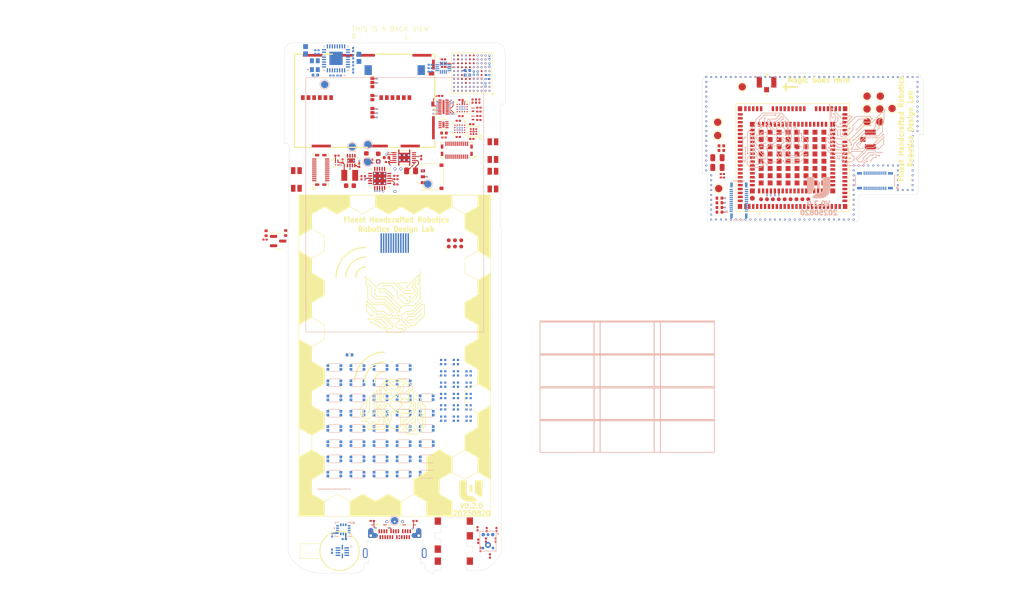
<source format=kicad_pcb>
(kicad_pcb (version 20241229) (generator "pcbnew") (generator_version "9.0")
  (layers (0 "F.Cu" signal) (4 "In1.Cu" signal) (6 "In2.Cu" signal) (8 "In3.Cu" signal) (10 "In4.Cu" signal) (2 "B.Cu" signal) (13 "F.Paste" user) (15 "B.Paste" user) (5 "F.SilkS" user "F.Silkscreen") (7 "B.SilkS" user "B.Silkscreen") (1 "F.Mask" user) (3 "B.Mask" user) (25 "Edge.Cuts" user))
  (net 0 "")
  (net 1 "SIM_CLK")
  (net 2 "GND")
  (net 3 "SIM_RST")
  (net 4 "SIM_DATA")
  (net 5 "SIM_VDD")
  (net 6 "MCP_OUT")
  (net 7 "VBAT")
  (net 8 "VUSB")
  (net 9 "HP_LEFT")
  (net 10 "HP_RIGHT")
  (net 11 "AGND")
  (net 12 "MIC_BIAS")
  (net 13 "+1.8V")
  (net 14 "+3.3V")
  (net 15 "MIC_GND")
  (net 16 "MIC_OUT")
  (net 17 "RST")
  (net 18 "HP_MIC")
  (net 19 "USB_N")
  (net 20 "USB_P")
  (net 21 "BAT_THERM")
  (net 22 "MOB_MAIN_ANT")
  (net 23 "MOB_AUX_ANT")
  (net 24 "HP_DET")
  (net 25 "SWO")
  (net 26 "Net-(OSC1-OUT)")
  (net 46 "SPEAKER_P")
  (net 47 "SPEAKER_N")
  (net 48 "MOB_PWR")
  (net 49 "MOB_RST")
  (net 50 "Net-(Q3-Pad3)")
  (net 51 "SCL")
  (net 52 "SDA")
  (net 53 "FUEL_GPO")
  (net 54 "MOB_PWR_CTL")
  (net 55 "MOB_RST_CTL")
  (net 56 "AUD_IN")
  (net 57 "MOB_AUD_IN")
  (net 58 "AUD_BCLK")
  (net 59 "MOB_AUD_BCLK")
  (net 60 "MOB_SYS_CLK")
  (net 61 "AUD_SYNC")
  (net 62 "MOB_AUD_SYNC")
  (net 63 "AUD_OUT")
  (net 64 "MOB_AUD_OUT")
  (net 65 "AUD_SCL")
  (net 66 "AUD_SDA")
  (net 67 "DISP_BL")
  (net 68 "MOB_RXD")
  (net 69 "MOB_TXD")
  (net 70 "MOB_CTS")
  (net 71 "MOB_RTS")
  (net 72 "MCP_STAT2")
  (net 73 "MCP_STAT1")
  (net 74 "MCP_PG")
  (net 75 "VIB_EN")
  (net 76 "VIB_PWM")
  (net 77 "MCU_RXD")
  (net 78 "MCU_TXD")
  (net 79 "MOB_DSR")
  (net 80 "MCU_RTS")
  (net 81 "MCU_CTS")
  (net 82 "MCU_DTR")
  (net 83 "MCU_RI")
  (net 84 "MCU_DCD")
  (net 85 "MOB_RI")
  (net 86 "MOB_DCD")
  (net 87 "MOB_DTR")
  (net 88 "MCU_DSR")
  (net 89 "uSD_CLK")
  (net 90 "SWDIO")
  (net 91 "uSD_DET")
  (net 92 "uSD_DAT1")
  (net 93 "MCU_AUD_BCLK_H")
  (net 94 "MCU_AUD_OUT_L_H")
  (net 95 "uSD_CMD")
  (net 96 "HP_DET_MCU")
  (net 97 "uSD_DAT0")
  (net 98 "uSD_DAT3")
  (net 99 "SWCLK")
  (net 100 "uSD_DAT2")
  (net 101 "MOB_WAKE_H")
  (net 102 "MCU_AUD_SYNC_H")
  (net 103 "AUD_SW_H")
  (net 104 "MCU_AUD_SYNC_L")
  (net 105 "MCU_AUD_OUT_L")
  (net 106 "MCU_AUD_BCLK_L")
  (net 107 "MOB_WAKE_L")
  (net 108 "AUD_SW_L")
  (net 109 "Net-(U3-VDD)")
  (net 110 "Net-(U3-BAT)")
  (net 111 "Net-(U14-RMICN)")
  (net 112 "Net-(MK1-OUTPUT)")
  (net 113 "Net-(U14-VDDA)")
  (net 114 "Net-(U14-VREF)")
  (net 115 "DISP_SCL")
  (net 116 "DISP_LEDK")
  (net 118 "Net-(U3-BIN)")
  (net 119 "Net-(U4A-UART1_TX)")
  (net 120 "Net-(U4A-UART1_RTS)")
  (net 121 "Net-(U4A-UART1_RX)")
  (net 122 "Net-(U4A-UART1_CTS)")
  (net 123 "Net-(U4A-TP1_BOOTPIN)")
  (net 124 "Net-(U4A-TX_ON)")
  (net 125 "Net-(U4A-J1)")
  (net 126 "Net-(U4A-J2)")
  (net 127 "Net-(U4A-J3)")
  (net 128 "Net-(U4A-J4)")
  (net 129 "Net-(U4A-J5)")
  (net 130 "Net-(U4A-J6)")
  (net 131 "Net-(U4A-J7)")
  (net 233 "DISP_DC")
  (net 242 "Net-(U13-~{EN})")
  (net 243 "LED_DATA")
  (net 250 "Net-(Q1-Pad1)")
  (net 251 "Net-(Q2-Pad1)")
  (net 254 "PB_STAR")
  (net 256 "PB_0")
  (net 257 "PB_HASH")
  (net 258 "PB_1")
  (net 259 "PB_2")
  (net 260 "PB_3")
  (net 261 "PB_4")
  (net 262 "PB_5")
  (net 263 "PB_6")
  (net 264 "PB_7")
  (net 265 "PB_8")
  (net 266 "PB_9")
  (net 267 "PB_DPAD_LEFT")
  (net 268 "PB_DPAD_UP")
  (net 269 "PB_DPAD_RIGHT")
  (net 270 "PB_DPAD_DOWN")
  (net 271 "PB_DPAD_SELECT")
  (net 272 "PB_MENU_L")
  (net 273 "PB_MENU_R")
  (net 274 "PB_CALL")
  (net 275 "PB_END_CALL")
  (net 276 "PB_VOL_UP")
  (net 277 "PB_PWR")
  (net 278 "PB_VOL_DOWN")
  (net 279 "Net-(LED1-DI)")
  (net 280 "Net-(LED1-DO)")
  (net 281 "Net-(LED14-DO)")
  (net 282 "Net-(LED3-DO)")
  (net 283 "Net-(LED15-DO)")
  (net 284 "Net-(LED16-DO)")
  (net 285 "Net-(LED4-DO)")
  (net 286 "Net-(LED10-DI)")
  (net 287 "Net-(LED15-DI)")
  (net 288 "Net-(LED10-DO)")
  (net 289 "Net-(LED11-DO)")
  (net 293 "Net-(C25-Pad1)")
  (net 294 "Net-(C26-Pad1)")
  (net 295 "Net-(U14-RMICP)")
  (net 296 "Net-(C48-Pad2)")
  (net 297 "Net-(C49-Pad2)")
  (net 308 "uSD_SIM_CD")
  (net 310 "Net-(M1--)")
  (net 316 "Net-(M1-+)")
  (net 318 "Net-(U1-SW)")
  (net 320 "Net-(LED3-DI)")
  (net 321 "Net-(LED6-DO)")
  (net 322 "Net-(LED7-DO)")
  (net 323 "Net-(LED12-DO)")
  (net 324 "Net-(LED12-DI)")
  (net 325 "Net-(LED13-DO)")
  (net 326 "Net-(U1-PG)")
  (net 327 "Net-(U2-VPCC)")
  (net 328 "Net-(U2-PROG1)")
  (net 329 "Net-(U2-PROG3)")
  (net 330 "Net-(U6-BOOT0)")
  (net 331 "+3.3V_SW")
  (net 332 "POWER_SW")
  (net 342 "Net-(J2-CC2)")
  (net 343 "Net-(J2-CC1)")
  (net 344 "Net-(J8A-DAT1)")
  (net 345 "Net-(J8A-CMD)")
  (net 346 "Net-(J8B-SIM_1_DATA)")
  (net 347 "Net-(J8A-CLK)")
  (net 348 "Net-(J8B-SIM_1_RST)")
  (net 349 "Net-(J8A-CD{slash}DAT3)")
  (net 350 "Net-(J8B-SIM_1_CLK)")
  (net 351 "Net-(J8A-DAT0)")
  (net 352 "Net-(J8A-DAT2)")
  (net 361 "DISP_CS")
  (net 362 "DISP_RESET")
  (net 363 "DISP_SDA")
  (net 364 "MOB_SAFE_PWR_REMOVE")
  (net 419 "Net-(Q3-Pad1)")
  (footprint "TestPoint:TestPoint_Pad_D1.5mm" (layer "F.Cu") (at 139.5 37)
    (property "Reference" "TP13" (hide yes))
    (property "Value" "TestPoint" (hide yes))
  )
  (footprint "Resistor_SMD:R_0201_0603Metric" (layer "F.Cu") (at 58 32.8 -90)
    (property "Reference" "R4" (hide yes))
    (property "Value" "4.7k" (hide yes))
  )
  (footprint "TestPoint:TestPoint_Pad_D1.5mm" (layer "F.Cu") (at 106.5 37.1)
    (property "Reference" "TP8" (hide yes))
    (property "Value" "TestPoint" (hide yes))
  )
  (footprint "Capacitor_SMD:C_0201_0603Metric" (layer "F.Cu") (at 58.2 124.05 90)
    (property "Reference" "C37" (hide yes))
    (property "Value" "1uF" (hide yes))
  )
  (footprint "custom_footprints:SKSCLCE010" (layer "F.Cu") (at 60.755 42.88 90)
    (property "Reference" "SW6" (hide yes))
    (property "Value" "SKSCLCE010" (hide yes))
  )
  (footprint "Resistor_SMD:R_0201_0603Metric" (layer "F.Cu") (at 50.68 24.3 180)
    (property "Reference" "R6" (hide yes))
    (property "Value" "5.1k" (hide yes))
  )
  (footprint "559092474:CON_559092474" (layer "F.Cu") (at 53.4 42.8 180)
    (property "Reference" "J9" (hide yes))
    (property "Value" "559092474" (hide yes))
  )
  (footprint "Resistor_SMD:R_0201_0603Metric" (layer "F.Cu") (at 57.77 122.39 90)
    (property "Reference" "R39" (hide yes))
    (property "Value" "10k" (hide yes))
  )
  (footprint "Resistor_SMD:R_0201_0603Metric" (layer "F.Cu") (at 50.7 25.15 180)
    (property "Reference" "R23" (hide yes))
    (property "Value" "10k" (hide yes))
  )
  (footprint "Capacitor_SMD:C_0201_0603Metric" (layer "F.Cu") (at 36.2 45.055 90)
    (property "Reference" "C4" (hide yes))
    (property "Value" "4.7uF" (hide yes))
  )
  (footprint "TCA9509MRVHR:RVH8_0P4X0P4" (layer "F.Cu") (at 56.8 39 180)
    (property "Reference" "U5" (hide yes))
    (property "Value" "TCA9509MRVHR" (hide yes))
  )
  (footprint "MCP73871-2CCI_ML:QFN50P400X400X100-21N" (layer "F.Cu") (at 37.7 48.535)
    (property "Reference" "U2" (hide yes))
    (property "Value" "MCP73871-2CCI_ML" (hide yes))
  )
  (footprint "Capacitor_SMD:C_0201_0603Metric" (layer "F.Cu") (at 54.25 32.5573 180)
    (property "Reference" "C22" (hide yes))
    (property "Value" "100nF" (hide yes))
  )
  (footprint "MMBT3904LP-7:DFN101X61X53-3N" (layer "F.Cu") (at 56.69 36.2323 -90)
    (property "Reference" "Q2" (hide yes))
    (property "Value" "MMBT3904LP-7" (hide yes))
  )
  (footprint "559092474:CON_559092474" (layer "F.Cu") (at 25.7 46.7999 90)
    (property "Reference" "J7" (hide yes))
    (property "Value" "559092474" (hide yes))
  )
  (footprint "ESD441DPLR:DIODFN60X30X32-2N" (layer "F.Cu") (at 38.775 119.05 180)
    (property "Reference" "D4" (hide yes))
    (property "Value" "ESD441DPYR" (hide yes))
  )
  (footprint "20279-001E-03:IPEX_20279-001E-03" (layer "F.Cu") (at 116.45 28.95)
    (property "Reference" "J4" (hide yes))
    (property "Value" "20279-001E-03" (hide yes))
  )
  (footprint "TestPoint:TestPoint_Pad_D1.5mm" (layer "F.Cu") (at 111.5 29.9)
    (property "Reference" "TP9" (hide yes))
    (property "Value" "TestPoint" (hide yes))
  )
  (footprint "20279-001E-03:IPEX_20279-001E-03" (layer "F.Cu") (at 137.575 40.6 -90)
    (property "Reference" "J5" (hide yes))
    (property "Value" "20279-001E-03" (hide yes))
  )
  (footprint "Capacitor_SMD:C_0603_1608Metric" (layer "F.Cu") (at 37.4 44.3 90)
    (property "Reference" "C3" (hide yes))
    (property "Value" "10uF" (hide yes))
  )
  (footprint "Resistor_SMD:R_0201_0603Metric" (layer "F.Cu") (at 14.3675 60.9925 180)
    (property "Reference" "R21" (hide yes))
    (property "Value" "10k")
  )
  (footprint "TPS22964CYZPR:IC_SN74LVC2G34YZPR" (layer "F.Cu") (at 28.95 45.3)
    (property "Reference" "U15" (hide yes))
    (property "Value" "TPS22964CYZPR" (hide yes))
  )
  (footprint "Resistor_SMD:R_0201_0603Metric" (layer "F.Cu") (at 50.7 25.85 180)
    (property "Reference" "R24" (hide yes))
    (property "Value" "10k" (hide yes))
  )
  (footprint "Resistor_SMD:R_0201_0603Metric" (layer "F.Cu") (at 50.1 31.7426)
    (property "Reference" "R25" (hide yes))
    (property "Value" "10k" (hide yes))
  )
  (footprint "Inductors:INDC2520X120N" (layer "F.Cu") (at 31.6 47.915 180)
    (property "Reference" "L1" (hide yes))
    (property "Value" "3.3uH" (hide yes))
  )
  (footprint "Capacitor_SMD:C_0603_1608Metric" (layer "F.Cu") (at 31.65 50.015)
    (property "Reference" "C2" (hide yes))
    (property "Value" "22uF" (hide yes))
  )
  (footprint "TestPoint:TestPoint_Pad_D1.5mm" (layer "F.Cu") (at 136.9 31.8)
    (property "Reference" "TP10" (hide yes))
    (property "Value" "TestPoint" (hide yes))
  )
  (footprint "Capacitor_SMD:C_0201_0603Metric" (layer "F.Cu") (at 41 48)
    (property "Reference" "C7" (hide yes))
    (property "Value" "4.7uF" (hide yes))
  )
  (footprint "Capacitor_SMD:C_0201_0603Metric" (layer "F.Cu") (at 59.33 122.155 90)
    (property "Reference" "C48" (hide yes))
    (property "Value" "1uF" (hide yes))
  )
  (footprint "Resistor_SMD:R_0402_1005Metric" (layer "F.Cu") (at 18.5675 59.6525 90)
    (property "Reference" "R27" (hide yes))
    (property "Value" "10R")
  )
  (footprint "Package_BGA:TFBGA-100_8x8mm_Layout10x10_P0.8mm" (layer "F.Cu") (at 56.45 27.1 180)
    (property "Reference" "U6" (hide yes))
    (property "Value" "STM32H733VGHx" (hide yes))
  )
  (footprint "Resistor_SMD:R_0201_0603Metric" (layer "F.Cu") (at 44.9 118.25 180)
    (property "Reference" "R3" (hide yes))
    (property "Value" "5.1k" (hide yes))
  )
  (footprint "Resistor_SMD:R_0402_1005Metric" (layer "F.Cu") (at 106.85 52.55 180)
    (property "Reference" "R13" (hide yes))
    (property "Value" "0R" (hide yes))
  )
  (footprint "TXB0108YZPR2:YZP20" (layer "F.Cu") (at 54.5 34.2273 90)
    (property "Reference" "U16" (hide yes))
    (property "Value" "TXB0108YZPR2" (hide yes))
  )
  (footprint "124018312112A:AMPHENOL_124018312112A" (layer "F.Cu") (at 40.76 124.8)
    (property "Reference" "J2" (hide yes))
    (property "Value" "124018312112A" (hide yes))
    (fp_line (start -5.65 -1.36272) (end -5.65 -2.35) (stroke (width 0.05)) (layer "Edge.Cuts"))
    (fp_line (start -5.37423 -0.934831) (end -5.57577 -1.16517) (stroke (width 0.05)) (layer "Edge.Cuts"))
    (fp_line (start -5.35 -2.65) (end 5.35 -2.65) (stroke (width 0.05)) (layer "Edge.Cuts"))
    (fp_line (start -5.3 1.75) (end -5.3 -0.737281) (stroke (width 0.05)) (layer "Edge.Cuts"))
    (fp_line (start -5.15 -4.56) (end -5.15 -3.56) (stroke (width 0.01)) (layer "Edge.Cuts"))
    (fp_line (start -4.875 -3.285) (end -3.975 -3.285) (stroke (width 0.01)) (layer "Edge.Cuts"))
    (fp_line (start -4.6 -4.335) (end -4.6 -4.56) (stroke (width 0.01)) (layer "Edge.Cuts"))
    (fp_line (start -3.975 -3.835) (end -4.1 -3.835) (stroke (width 0.01)) (layer "Edge.Cuts"))
    (fp_line (start 3.975 -3.835) (end 4.1 -3.835) (stroke (width 0.01)) (layer "Edge.Cuts"))
    (fp_line (start 4.6 -4.335) (end 4.6 -4.56) (stroke (width 0.01)) (layer "Edge.Cuts"))
    (fp_line (start 4.875 -3.285) (end 3.975 -3.285) (stroke (width 0.01)) (layer "Edge.Cuts"))
    (fp_line (start 5.15 -4.56) (end 5.15 -3.56) (stroke (width 0.01)) (layer "Edge.Cuts"))
    (fp_line (start 5.3 -0.737278) (end 5.3 1.75) (stroke (width 0.05)) (layer "Edge.Cuts"))
    (fp_line (start 5.57577 -1.16517) (end 5.37423 -0.934831) (stroke (width 0.05)) (layer "Edge.Cuts"))
    (fp_line (start 5.65 -2.35) (end 5.65 -1.36272) (stroke (width 0.05)) (layer "Edge.Cuts"))
    (fp_arc (start -5.65 -2.35) (mid -5.562132 -2.562132) (end -5.35 -2.65) (stroke (width 0.05)) (layer "Edge.Cuts"))
    (fp_arc (start -5.57577 -1.16517) (mid -5.630829 -1.257202) (end -5.65 -1.36272) (stroke (width 0.05)) (layer "Edge.Cuts"))
    (fp_arc (start -5.37423 -0.934831) (mid -5.319171 -0.842799) (end -5.3 -0.737281) (stroke (width 0.05)) (layer "Edge.Cuts"))
    (fp_arc (start -5.15 -4.56) (mid -5.069454 -4.754454) (end -4.875 -4.835) (stroke (width 0.01)) (layer "Edge.Cuts"))
    (fp_arc (start -4.875 -4.835) (mid -4.680546 -4.754454) (end -4.6 -4.56) (stroke (width 0.01)) (layer "Edge.Cuts"))
    (fp_arc (start -4.875 -3.285) (mid -5.069454 -3.365546) (end -5.15 -3.56) (stroke (width 0.01)) (layer "Edge.Cuts"))
    (fp_arc (start -4.1 -3.835) (mid -4.453553 -3.981447) (end -4.6 -4.335) (stroke (width 0.01)) (layer "Edge.Cuts"))
    (fp_arc (start -3.975 -3.835) (mid -3.780546 -3.754454) (end -3.7 -3.56) (stroke (width 0.01)) (layer "Edge.Cuts"))
    (fp_arc (start -3.7 -3.56) (mid -3.780546 -3.365546) (end -3.975 -3.285) (stroke (width 0.01)) (layer "Edge.Cuts"))
    (fp_arc (start 3.7 -3.56) (mid 3.780546 -3.754454) (end 3.975 -3.835) (stroke (width 0.01)) (layer "Edge.Cuts"))
    (fp_arc (start 3.975 -3.285) (mid 3.780546 -3.365546) (end 3.7 -3.56) (stroke (width 0.01)) (layer "Edge.Cuts"))
    (fp_arc (start 4.6 -4.56) (mid 4.680546 -4.754454) (end 4.875 -4.835) (stroke (width 0.01)) (layer "Edge.Cuts"))
    (fp_arc (start 4.6 -4.335) (mid 4.453553 -3.981447) (end 4.1 -3.835) (stroke (width 0.01)) (layer "Edge.Cuts"))
    (fp_arc (start 4.875 -4.835) (mid 5.069454 -4.754454) (end 5.15 -4.56) (stroke (width 0.01)) (layer "Edge.Cuts"))
    (fp_arc (start 5.15 -3.56) (mid 5.069454 -3.365546) (end 4.875 -3.285) (stroke (width 0.01)) (layer "Edge.Cuts"))
    (fp_arc (start 5.3 -0.737278) (mid 5.31917 -0.842797) (end 5.37423 -0.934831) (stroke (width 0.05)) (layer "Edge.Cuts"))
    (fp_arc (start 5.35 -2.65) (mid 5.562132 -2.562132) (end 5.65 -2.35) (stroke (width 0.05)) (layer "Edge.Cuts"))
    (fp_arc (start 5.65 -1.36272) (mid 5.630829 -1.257202) (end 5.57577 -1.16517) (stroke (width 0.05)) (layer "Edge.Cuts"))
  )
  (footprint "BQ27441DRZR-G1A:IC_BQ27441DRZR-G1A" (layer "F.Cu") (at 42.7 44.3)
    (property "Reference" "U3" (hide yes))
    (property "Value" "BQ27441DRZR-G1A" (hide yes))
  )
  (footprint "custom_footprints:Art_large" (layer "F.Cu") (at 40.76 84.3)
    (property "Reference" "REF**" (hide yes))
    (property "Value" "Art_large" (hide yes))
  )
  (footprint "Resistor_SMD:R_0201_0603Metric" (layer "F.Cu") (at 33.55 45.85 90)
    (property "Reference" "R1" (hide yes))
    (property "Value" "100k" (hide yes))
  )
  (footprint "custom_footprints:SKSCLCE010" (layer "F.Cu") (at 60.755 48.88 90)
    (property "Reference" "SW16" (hide yes))
    (property "Value" "SKSCLCE010" (hide yes))
  )
  (footprint "Capacitor_SMD:C_0201_0603Metric" (layer "F.Cu") (at 61.3 122.155 90)
    (property "Reference" "C49" (hide yes))
    (property "Value" "1uF" (hide yes))
  )
  (footprint "Capacitor_SMD:C_0402_1005Metric" (layer "F.Cu") (at 107.25 41.9 180)
    (property "Reference" "C9" (hide yes))
    (property "Value" "10nF" (hide yes))
  )
  (footprint "Capacitor_SMD:C_0805_2012Metric" (layer "F.Cu") (at 106.45 46.3 180)
    (property "Reference" "C12" (hide yes))
    (property "Value" "47uF" (hide yes))
  )
  (footprint "TestPoint:TestPoint_Pad_D1.5mm" (layer "F.Cu") (at 136.9 37)
    (property "Reference" "TP12" (hide yes))
    (property "Value" "TestPoint" (hide yes))
  )
  (footprint "TXB0108YZPR2:YZP20" (layer "F.Cu") (at 54.01 38.47 90)
    (property "Reference" "U7" (hide yes))
    (property "Value" "TXB0108YZPR2" (hide yes))
  )
  (footprint "Capacitor_SMD:C_0402_1005Metric" (layer "F.Cu") (at 50.79 39.3 180)
    (property "Reference" "C33" (hide yes))
    (property "Value" "33pF" (hide yes))
  )
  (footprint "BM03B-ACHSS-GAN-TF_LF__SN_:JST_BM03B-ACHSS-GAN-TF_LF__SN_" (layer "F.Cu") (at 48.375 48.2 90)
    (property "Reference" "J3" (hide yes))
    (property "Value" "BM03B-ACHSS-GAN-TF_LF__SN_" (hide yes))
  )
  (footprint "Resistor_SMD:R_0201_0603Metric" (layer "F.Cu") (at 36.2 118.25)
    (property "Reference" "R2" (hide yes))
    (property "Value" "5.1k" (hide yes))
  )
  (footprint "ESD441DPLR:DIODFN60X30X32-2N" (layer "F.Cu") (at 42.675 119.05)
    (property "Reference" "D5" (hide yes))
    (property "Value" "ESD441DPYR" (hide yes))
  )
  (footprint "Connector:Tag-Connect_TC2030-IDC-FP_2x03_P1.27mm_Vertical" (layer "F.Cu") (at 53.03 61.765)
    (property "Reference" "J6" (hide yes))
    (property "Value" "Conn_ARM_SWD_TagConnect_TC2030" (hide yes))
  )
  (footprint "TPD8F003DQDR:SON40P135X330X80-17N" (layer "F.Cu") (at 50.6888 34.0096 180)
    (property "Reference" "U10" (hide yes))
    (property "Value" "TPD8F003DQDR" (hide yes))
  )
  (footprint "MMBT3904LP-7:DFN101X61X53-3N" (layer "F.Cu") (at 56.69 34.5323 -90)
    (property "Reference" "Q1" (hide yes))
    (property "Value" "MMBT3904LP-7" (hide yes))
  )
  (footprint "Resistor_SMD:R_0201_0603Metric" (layer "F.Cu") (at 57.3 32.8 -90)
    (property "Reference" "R22" (hide yes))
    (property "Value" "4.7k" (hide yes))
  )
  (footprint "TestPoint:TestPoint_Pad_D1.5mm" (layer "F.Cu") (at 142 34.3)
    (property "Reference" "TP16" (hide yes))
    (property "Value" "TestPoint" (hide yes))
  )
  (footprint "Capacitor_SMD:C_0201_0603Metric" (layer "F.Cu") (at 29 43.9)
    (property "Reference" "C31" (hide yes))
    (property "Value" "100nF" (hide yes))
  )
  (footprint "Resistor_SMD:R_0402_1005Metric" (layer "F.Cu") (at 106.85 55.4 180)
    (property "Reference" "R14" (hide yes))
    (property "Value" "0R" (hide yes))
  )
  (footprint "Resistor_SMD:R_0201_0603Metric" (layer "F.Cu") (at 41 48.7)
    (property "Reference" "R10" (hide yes))
    (property "Value" "2.2k" (hide yes))
  )
  (footprint "Resistor_SMD:R_0201_0603Metric" (layer "F.Cu") (at 57.62 119.84 90)
    (property "Reference" "R40" (hide yes))
    (property "Value" "10k" (hide yes))
  )
  (footprint "Resistor_SMD:R_0201_0603Metric" (layer "F.Cu") (at 57.89 35.8323)
    (property "Reference" "R17" (hide yes))
    (property "Value" "4.7k" (hide yes))
  )
  (footprint "Capacitor_SMD:C_0201_0603Metric" (layer "F.Cu") (at 30.15 45 90)
    (property "Reference" "C30" (hide yes))
    (property "Value" "1uF" (hide yes))
  )
  (footprint "Capacitor_SMD:C_0201_0603Metric" (layer "F.Cu") (at 50.79 40.2 180)
    (property "Reference" "C32" (hide yes))
    (property "Value" "100nF" (hide yes))
  )
  (footprint "Capacitor_SMD:C_0201_0603Metric" (layer "F.Cu") (at 107.45 48.35 180)
    (property "Reference" "C10" (hide yes))
    (property "Value" "100nF" (hide yes))
  )
  (footprint "custom_footprints:Art_small" (layer "F.Cu") (at 137.3475 40.5375)
    (property "Reference" "REF**" (hide yes))
    (property "Value" "Art_small" (hide yes))
  )
  (footprint "TestPoint:TestPoint_Pad_D1.5mm" (layer "F.Cu") (at 139.6 31.8)
    (property "Reference" "TP15" (hide yes))
    (property "Value" "TestPoint" (hide yes))
  )
  (footprint "Capacitor_SMD:C_0402_1005Metric" (layer "F.Cu") (at 39.1 44.3 180)
    (property "Reference" "C5" (hide yes))
    (property "Value" "470pF" (hide yes))
  )
  (footprint "Resistor_SMD:R_0201_0603Metric" (layer "F.Cu") (at 34.7 48.4 -90)
    (property "Reference" "R5" (hide yes))
    (property "Value" "270k" (hide yes))
  )
  (footprint "TPD3F303DQDR:SON40P170X135X80-9N" (layer "F.Cu") (at 50.695 37.6)
    (property "Reference" "U8" (hide yes))
    (property "Value" "TPD3F303DQDR" (hide yes))
  )
  (footprint "Resistor_SMD:R_0201_0603Metric" (layer "F.Cu") (at 61.47 120.015 90)
    (property "Reference" "R38" (hide yes))
    (property "Value" "47k" (hide yes))
  )
  (footprint "ESD441DPLR:DIODFN60X30X32-2N" (layer "F.Cu") (at 36.35 119.05 180)
    (property "Reference" "D7" (hide yes))
    (property "Value" "ESD441DPYR" (hide yes))
  )
  (footprint "Resistor_SMD:R_0201_0603Metric" (layer "F.Cu") (at 57.89 34.9323 180)
    (property "Reference" "R18" (hide yes))
    (property "Value" "47k" (hide yes))
  )
  (footprint "Capacitor_SMD:C_0201_0603Metric" (layer "F.Cu") (at 107.45 47.65 180)
    (property "Reference" "C11" (hide yes))
    (property "Value" "1uF" (hide yes))
  )
  (footprint "Capacitor_SMD:C_0201_0603Metric" (layer "F.Cu") (at 39.3 45.2 180)
    (property "Reference" "C6" (hide yes))
    (property "Value" "1uF" (hide yes))
  )
  (footprint "TPS62162DSGR:SON50P200X200X80-9N" (layer "F.Cu") (at 31.9 44.905 -90)
    (property "Reference" "U1" (hide yes))
    (property "Value" "TPS62162DSGR" (hide yes))
  )
  (footprint "custom_footprints:SKSCLCE010" (layer "F.Cu") (at 20.75 48.75 -90)
    (property "Reference" "SW22" (hide yes))
    (property "Value" "SKSCLCE010" (hide yes))
  )
  (footprint "Resistor_SMD:R_0201_0603Metric" (layer "F.Cu") (at 56.6 32.8 90)
    (property "Reference" "R20" (hide yes))
    (property "Value" "10k" (hide yes))
  )
  (footprint "Resistor_SMD:R_0201_0603Metric" (layer "F.Cu") (at 46.15 44.3 90)
    (property "Reference" "R8" (hide yes))
    (property "Value" "10k" (hide yes))
  )
  (footprint "Capacitor_SMD:C_0201_0603Metric" (layer "F.Cu") (at 54.2456 35.8573 180)
    (property "Reference" "C21" (hide yes))
    (property "Value" "100nF" (hide yes))
  )
  (footprint "RC7620_1104625:XCVR_RC7620_1104625" (layer "F.Cu") (at 121.7375 44.3 180)
    (property "Reference" "U4" (hide yes))
    (property "Value" "WP SNAP-IN BASE_6000636" (hide yes))
  )
  (footprint "TestPoint:TestPoint_Pad_D1.5mm" (layer "F.Cu") (at 106.5 39.8)
    (property "Reference" "TP17" (hide yes))
    (property "Value" "TestPoint")
  )
  (footprint "Capacitor_SMD:C_0402_1005Metric" (layer "F.Cu") (at 107.25 42.85 180)
    (property "Reference" "C8" (hide yes))
    (property "Value" "10pF" (hide yes))
  )
  (footprint "Resistor_SMD:R_0402_1005Metric" (layer "F.Cu") (at 14.5775 59.7025 90)
    (property "Reference" "R26" (hide yes))
    (property "Value" "1k")
  )
  (footprint "Capacitor_SMD:C_0201_0603Metric" (layer "F.Cu") (at 53.7 40.1 180)
    (property "Reference" "C23" (hide yes))
    (property "Value" "100nF" (hide yes))
  )
  (footprint "Resistor_SMD:R_0201_0603Metric" (layer "F.Cu") (at 34 48.4 90)
    (property "Reference" "R7" (hide yes))
    (property "Value" "100k" (hide yes))
  )
  (footprint "TestPoint:TestPoint_Pad_D1.5mm" (layer "F.Cu") (at 106.7 50.6)
    (property "Reference" "TP4" (hide yes))
    (property "Value" "TestPoint" (hide yes))
  )
  (footprint "Capacitor_SMD:C_0603_1608Metric" (layer "F.Cu") (at 34.985 44.22 -90)
    (property "Reference" "C1" (hide yes))
    (property "Value" "10uF" (hide yes))
  )
  (footprint "custom_footprints:Motor_8mm" (layer "F.Cu") (at 29.53 124.37)
    (property "Reference" "M1" (hide yes))
    (property "Value" "C08-00A" (hide yes))
  )
  (footprint "Resistor_SMD:R_0201_0603Metric" (layer "F.Cu") (at 41 49.75 180)
    (property "Reference" "R11" (hide yes))
    (property "Value" "100k" (hide yes))
  )
  (footprint "Capacitor_SMD:C_0201_0603Metric" (layer "F.Cu") (at 56.430001 37.500001)
    (property "Reference" "C50" (hide yes))
    (property "Value" "100nF" (hide yes))
  )
  (footprint "Resistor_SMD:R_0402_1005Metric" (layer "F.Cu") (at 106.85 54.45 180)
    (property "Reference" "R12" (hide yes))
    (property "Value" "0R" (hide yes))
  )
  (footprint "Resistor_SMD:R_0201_0603Metric" (layer "F.Cu") (at 59.48 120.015 90)
    (property "Reference" "R36" (hide yes))
    (property "Value" "2.2k" (hide yes))
  )
  (footprint "Package_TO_SOT_SMD:SOT-23" (layer "F.Cu") (at 17.0375 61.29)
    (property "Reference" "Q3" (hide yes))
    (property "Value" "S8050")
  )
  (footprint "custom_footprints:PJ-242C" (layer "F.Cu") (at 52.79 123.04)
    (property "Reference" "J1" (hide yes))
    (property "Value" "PJ-242C" (hide yes))
    (fp_line (start -3.9 -2.35) (end -2.6 -2.35) (stroke (width 0.05)) (layer "Edge.Cuts"))
    (fp_line (start -3.9 -1.15) (end -3.9 -2.35) (stroke (width 0.05)) (layer "Edge.Cuts"))
    (fp_line (start -2.6 -5.45) (end 2.6 -5.45) (stroke (width 0.05)) (layer "Edge.Cuts"))
    (fp_line (start -2.6 -2.35) (end -2.6 -5.45) (stroke (width 0.05)) (layer "Edge.Cuts"))
    (fp_line (start -2.6 -1.15) (end -3.9 -1.15) (stroke (width 0.05)) (layer "Edge.Cuts"))
    (fp_line (start -2.6 5.25) (end -3.9 5.25) (stroke (width 0.05)) (layer "Edge.Cuts"))
    (fp_line (start -2.6 5.25) (end -2.6 -1.15) (stroke (width 0.05)) (layer "Edge.Cuts"))
    (fp_line (start 2.6 0.35) (end 2.6 -5.45) (stroke (width 0.05)) (layer "Edge.Cuts"))
    (fp_line (start 2.6 0.35) (end 3.9 0.35) (stroke (width 0.05)) (layer "Edge.Cuts"))
    (fp_line (start 2.6 5.25) (end 2.6 1.55) (stroke (width 0.05)) (layer "Edge.Cuts"))
    (fp_line (start 3.9 0.35) (end 3.9 1.55) (stroke (width 0.05)) (layer "Edge.Cuts"))
    (fp_line (start 3.9 1.55) (end 2.6 1.55) (stroke (width 0.05)) (layer "Edge.Cuts"))
    (fp_line (start 3.9 5.25) (end 2.6 5.25) (stroke (width 0.05)) (layer "Edge.Cuts"))
  )
  (footprint "Capacitor_SMD:C_0201_0603Metric" (layer "F.Cu") (at 53.7 36.8 180)
    (property "Reference" "C24" (hide yes))
    (property "Value" "100nF" (hide yes))
  )
  (footprint "Capacitor_SMD:C_0201_0603Metric" (layer "F.Cu") (at 60.13 125.39 90)
    (property "Reference" "C36" (hide yes))
    (property "Value" "4.7uF" (hide yes))
  )
  (footprint "ESD441DPLR:DIODFN60X30X32-2N" (layer "F.Cu") (at 44.745 119.05)
    (property "Reference" "D6" (hide yes))
    (property "Value" "ESD441DPYR" (hide yes))
  )
  (footprint "Capacitor_SMD:C_0805_2012Metric" (layer "F.Cu") (at 106.45 44.32 180)
    (property "Reference" "C13" (hide yes))
    (property "Value" "47uF" (hide yes))
  )
  (footprint "TestPoint:TestPoint_Pad_D1.5mm" (layer "F.Cu") (at 136.9 34.4)
    (property "Reference" "TP11" (hide yes))
    (property "Value" "TestPoint" (hide yes))
  )
  (footprint "Resistor_SMD:R_0402_1005Metric" (layer "F.Cu") (at 106.85 53.5 180)
    (property "Reference" "R15" (hide yes))
    (property "Value" "0R" (hide yes))
  )
  (footprint "TestPoint:TestPoint_Pad_D1.5mm" (layer "F.Cu") (at 139.5 34.4)
    (property "Reference" "TP14" (hide yes))
    (property "Value" "TestPoint" (hide yes))
  )
  (footprint "Capacitor_SMD:C_0201_0603Metric" (layer "F.Cu") (at 56.450001 40.500001 180)
    (property "Reference" "C51" (hide yes))
    (property "Value" "100nF" (hide yes))
  )
  (footprint "Resistor_SMD:R_0805_2012Metric" (layer "F.Cu") (at 44.0875 47 180)
    (property "Reference" "R9" (hide yes))
    (property "Value" "10m" (hide yes))
  )
  (footprint "custom_footprints:SIM-SMD_MCS-302S-C1" (layer "F.Cu") (at 35.346 32.709 90)
    (property "Reference" "J8" (hide yes))
    (property "Value" "MCS-302S-C1" (hide yes))
  )
  (footprint "Resistor_SMD:R_0201_0603Metric" (layer "F.Cu") (at 57.89 36.6323 180)
    (property "Reference" "R19" (hide yes))
    (property "Value" "47k" (hide yes))
  )
  (footprint "Resistor_SMD:R_0201_0603Metric" (layer "F.Cu") (at 57.89 34.1323)
    (property "Reference" "R16" (hide yes))
    (property "Value" "4.7k" (hide yes))
  )
  (footprint "Resistor_SMD:R_0201_0603Metric" (layer "B.Cu") (at 47.995 25.4 180)
    (property "Reference" "R32" (hide yes))
    (property "Value" "10k" (hide yes))
  )
  (footprint "Capacitor_SMD:C_0201_0603Metric" (layer "B.Cu") (at 24.925 23.1675 180)
    (property "Reference" "C42" (hide yes))
    (property "Value" "4.7uF" (hide yes))
  )
  (footprint "custom_footprints:SKTAAAE010" (layer "B.Cu") (at 37.85 96.3)
    (property "Reference" "SW24" (hide yes))
    (property "Value" "SKTAAAE010" (hide yes))
  )
  (footprint "TestPoint:TestPoint_Pad_D1.5mm" (layer "B.Cu") (at 26.5 29.42 180)
    (property "Reference" "TP7" (hide yes))
    (property "Value" "TestPoint" (hide yes))
  )
  (footprint "custom_footprints:XL-1010RGBC-WS2812B" (layer "B.Cu") (at 55.775 95.11)
    (property "Reference" "LED14" (hide yes))
    (property "Value" "XL-1010RGBC" (hide yes))
  )
  (footprint "513382474:CON_513382474" (layer "B.Cu") (at 138.515001 49.010002 180)
    (property "Reference" "J10" (hide yes))
    (property "Value" "513382474" (hide yes))
  )
  (footprint "custom_footprints:SKTAAAE010" (layer "B.Cu") (at 42.55 108.7)
    (property "Reference" "SW28" (hide yes))
    (property "Value" "SKTAAAE010" (hide yes))
  )
  (footprint "custom_footprints:SKTAAAE010" (layer "B.Cu") (at 28.445 108.71)
    (property "Reference" "SW1" (hide yes))
    (property "Value" "SKTAAAE010" (hide yes))
  )
  (footprint "custom_footprints:XL-1010RGBC-WS2812B" (layer "B.Cu") (at 50.605 95.11)
    (property "Reference" "LED2" (hide yes))
    (property "Value" "XL-1010RGBC" (hide yes))
  )
  (footprint "custom_footprints:SKTAAAE010" (layer "B.Cu") (at 37.85 90.1)
    (property "Reference" "SW26" (hide yes))
    (property "Value" "SKTAAAE010" (hide yes))
  )
  (footprint "custom_footprints:SKTAAAE010" (layer "B.Cu") (at 42.55 102.5)
    (property "Reference" "SW30" (hide yes))
    (property "Value" "SKTAAAE010" (hide yes))
  )
  (footprint "Capacitor_SMD:C_0201_0603Metric" (layer "B.Cu") (at 27.98 27.6075 180)
    (property "Reference" "C45" (hide yes))
    (property "Value" "1uF" (hide yes))
  )
  (footprint "custom_footprints:XL-1010RGBC-WS2812B" (layer "B.Cu") (at 53.19 88.195)
    (property "Reference" "LED11" (hide yes))
    (property "Value" "XL-1010RGBC" (hide yes))
  )
  (footprint "BLM18SG221TN1D:BEADC1608X65N" (layer "B.Cu") (at 22.61 22.44 -90)
    (property "Reference" "FB1" (hide yes))
    (property "Value" "BLM18SG221TN1D" (hide yes))
  )
  (footprint "Capacitor_SMD:C_0201_0603Metric" (layer "B.Cu") (at 24.925 22.4675 180)
    (property "Reference" "C41" (hide yes))
    (property "Value" "4.7uF" (hide yes))
  )
  (footprint "custom_footprints:XL-1010RGBC-WS2812B" (layer "B.Cu") (at 50.605 90.5)
    (property "Reference" "LED4" (hide yes))
    (property "Value" "XL-1010RGBC" (hide yes))
  )
  (footprint "custom_footprints:SKTAAAE010" (layer "B.Cu") (at 28.45 93.2)
    (property "Reference" "SW7" (hide yes))
    (property "Value" "SKTAAAE010" (hide yes))
  )
  (footprint "custom_footprints:SKTAAAE010" (layer "B.Cu") (at 47.25 102.5)
    (property "Reference" "SW38" (hide yes))
    (property "Value" "SKTAAAE010" (hide yes))
  )
  (footprint "custom_footprints:SKTAAAE010" (layer "B.Cu") (at 42.55 93.2)
    (property "Reference" "SW33" (hide yes))
    (property "Value" "SKTAAAE010" (hide yes))
  )
  (footprint "custom_footprints:SKTAAAE010" (layer "B.Cu") (at 42.55 105.6)
    (property "Reference" "SW29" (hide yes))
    (property "Value" "SKTAAAE010" (hide yes))
  )
  (footprint "custom_footprints:XL-1010RGBC-WS2812B" (layer "B.Cu") (at 53.19 95.11)
    (property "Reference" "LED8" (hide yes))
    (property "Value" "XL-1010RGBC" (hide yes))
  )
  (footprint "custom_footprints:XL-1010RGBC-WS2812B" (layer "B.Cu") (at 53.19 97.415)
    (property "Reference" "LED7" (hide yes))
    (property "Value" "XL-1010RGBC" (hide yes))
  )
  (footprint "Capacitor_SMD:C_0201_0603Metric" (layer "B.Cu") (at 59.68 27.5)
    (property "Reference" "C20" (hide yes))
    (property "Value" "100nF" (hide yes))
  )
  (footprint "custom_footprints:SKTAAAE010" (layer "B.Cu") (at 47.225 93.15)
    (property "Reference" "SW41" (hide yes))
    (property "Value" "SKTAAAE010" (hide yes))
  )
  (footprint "Capacitor_SMD:C_0201_0603Metric" (layer "B.Cu") (at 57.65 27.1 90)
    (property "Reference" "C15" (hide yes))
    (property "Value" "100nF" (hide yes))
  )
  (footprint "custom_footprints:SKTAAAE010" (layer "B.Cu") (at 28.45 90.1)
    (property "Reference" "SW8" (hide yes))
    (property "Value" "SKTAAAE010" (hide yes))
  )
  (footprint "custom_footprints:XL-1010RGBC-WS2812B" (layer "B.Cu") (at 50.605 88.195)
    (property "Reference" "LED5" (hide yes))
    (property "Value" "XL-1010RGBC" (hide yes))
  )
  (footprint "Capacitor_SMD:C_0201_0603Metric" (layer "B.Cu") (at 30.5 121.95 180)
    (property "Reference" "C35" (hide yes))
    (property "Value" "100nF" (hide yes))
  )
  (footprint "custom_footprints:SKTAAAE010" (layer "B.Cu") (at 37.85 93.2)
    (property "Reference" "SW25" (hide yes))
    (property "Value" "SKTAAAE010" (hide yes))
  )
  (footprint "custom_footprints:XL-1010RGBC-WS2812B" (layer "B.Cu") (at 55.775 90.5)
    (property "Reference" "LED16" (hide yes))
    (property "Value" "XL-1010RGBC" (hide yes))
  )
  (footprint "Capacitor_SMD:C_0201_0603Metric" (layer "B.Cu") (at 32.315 25.2075 90)
    (property "Reference" "C39" (hide yes))
    (property "Value" "4.7uF" (hide yes))
  )
  (footprint "TS3A5018RSVR:QFN40P260X180X55-16N" (layer "B.Cu") (at 50.65 26 -90)
    (property "Reference" "U13" (hide yes))
    (property "Value" "TS3A5018RSVR" (hide yes))
  )
  (footprint "custom_footprints:SKTAAAE010" (layer "B.Cu") (at 28.45 102.5)
    (property "Reference" "SW3" (hide yes))
    (property "Value" "SKTAAAE010" (hide yes))
  )
  (footprint "TestPoint:TestPoint_Pad_D1.5mm" (layer "B.Cu") (at 47.5 49.7 180)
    (property "Reference" "TP6" (hide yes))
    (property "Value" "TestPoint" (hide yes))
  )
  (footprint "Capacitor_SMD:C_0201_0603Metric" (layer "B.Cu") (at 56.85 27.1 90)
    (property "Reference" "C18" (hide yes))
    (property "Value" "100nF" (hide yes))
  )
  (footprint "custom_footprints:SKTAAAE010" (layer "B.Cu") (at 47.25 99.4)
    (property "Reference" "SW39" (hide yes))
    (property "Value" "SKTAAAE010" (hide yes))
  )
  (footprint "custom_footprints:SKTAAAE010" (layer "B.Cu") (at 37.85 87)
    (property "Reference" "SW27" (hide yes))
    (property "Value" "SKTAAAE010" (hide yes))
  )
  (footprint "custom_footprints:XL-1010RGBC-WS2812B" (layer "B.Cu") (at 53.19 92.805)
    (property "Reference" "LED9" (hide yes))
    (property "Value" "XL-1010RGBC" (hide yes))
  )
  (footprint "custom_footprints:XL-1010RGBC-WS2812B" (layer "B.Cu") (at 53.19 90.5)
    (property "Reference" "LED10" (hide yes))
    (property "Value" "XL-1010RGBC" (hide yes))
  )
  (footprint "custom_footprints:SKTAAAE010" (layer "B.Cu") (at 33.15 105.6)
    (property "Reference" "SW11" (hide yes))
    (property "Value" "SKTAAAE010" (hide yes))
  )
  (footprint "Capacitor_SMD:C_0201_0603Metric" (layer "B.Cu") (at 47.995 26.1 180)
    (property "Reference" "C38" (hide yes))
    (property "Value" "100nF" (hide yes))
  )
  (footprint "TestPoint:TestPoint_Pad_D1.5mm" (layer "B.Cu") (at 35.28 45.2 180)
    (property "Reference" "TP3" (hide yes))
    (property "Value" "TestPoint" (hide yes))
  )
  (footprint "custom_footprints:SKTAAAE010" (layer "B.Cu") (at 47.25 108.7)
    (property "Reference" "SW36" (hide yes))
    (property "Value" "SKTAAAE010" (hide yes))
  )
  (footprint "AMM-3738-B-R:MIC_AMM-3738-B-R" (layer "B.Cu") (at 59.75 122.4 180)
    (property "Reference" "MK1" (hide yes))
    (property "Value" "AMM-3738-B-R" (hide yes))
  )
  (footprint "Capacitor_SMD:C_0201_0603Metric" (layer "B.Cu") (at 60.05 25.5 90)
    (property "Reference" "C19" (hide yes))
    (property "Value" "100nF" (hide yes))
  )
  (footprint "custom_footprints:SKTAAAE010" (layer "B.Cu") (at 37.85 105.6)
    (property "Reference" "SW20" (hide yes))
    (property "Value" "SKTAAAE010" (hide yes))
  )
  (footprint "custom_footprints:SKTAAAE010" (layer "B.Cu") (at 33.15 102.5)
    (property "Reference" "SW12" (hide yes))
    (property "Value" "SKTAAAE010" (hide yes))
  )
  (footprint "custom_footprints:SKTAAAE010" (layer "B.Cu") (at 28.45 105.6)
    (property "Reference" "SW2" (hide yes))
    (property "Value" "SKTAAAE010" (hide yes))
  )
  (footprint "Capacitor_SMD:C_0201_0603Metric" (layer "B.Cu") (at 29.44 27.6075)
    (property "Reference" "C47" (hide yes))
    (property "Value" "1uF" (hide yes))
  )
  (footprint "Capacitor_SMD:C_0201_0603Metric" (layer "B.Cu") (at 28 124.415 90)
    (property "Reference" "C29" (hide yes))
    (property "Value" "100nF" (hide yes))
  )
  (footprint "513382474:CON_513382474" (layer "B.Cu") (at 110.815001 53.009902 90)
    (property "Reference" "J11" (hide yes))
    (property "Value" "513382474" (hide yes))
  )
  (footprint "Capacitor_SMD:C_0402_1005Metric" (layer "B.Cu") (at 55.55 26.55)
    (property "Reference" "C26" (hide yes))
    (property "Value" "2.2uF" (hide yes))
  )
  (footprint "Resistor_SMD:R_0201_0603Metric" (layer "B.Cu") (at 47.995 26.8)
    (property "Reference" "R33" (hide yes))
    (property "Value" "10k" (hide yes))
  )
  (footprint "Capacitor_SMD:C_0201_0603Metric" (layer "B.Cu") (at 60.05 23.9 90)
    (property "Reference" "C17" (hide yes))
    (property "Value" "100nF" (hide yes))
  )
  (footprint "Capacitor_SMD:C_0201_0603Metric" (layer "B.Cu") (at 32.295 22.3175 90)
    (property "Reference" "C40" (hide yes))
    (property "Value" "4.7uF" (hide yes))
  )
  (footprint "Capacitor_SMD:C_0201_0603Metric" (layer "B.Cu") (at 32.315 23.7675 -90)
    (property "Reference" "C43" (hide yes))
    (property "Value" "4.7uF" (hide yes))
  )
  (footprint "custom_footprints:XL-1010RGBC-WS2812B" (layer "B.Cu") (at 50.605 97.415)
    (property "Reference" "LED1" (hide yes))
    (property "Value" "XL-1010RGBC" (hide yes))
  )
  (footprint "NAU88C22YG:QFN50P500X500X80-33N" (layer "B.Cu") (at 28.81 24.0975 90)
    (property "Reference" "U14" (hide yes))
    (property "Value" "NAU88C22YG" (hide yes))
  )
  (footprint "Capacitor_SMD:C_0201_0603Metric" (layer "B.Cu") (at 59.25 29.5 90)
    (property "Reference" "C14" (hide yes))
    (property "Value" "4.7uF" (hide yes))
  )
  (footprint "custom_footprints:SKTAAAE010" (layer "B.Cu") (at 33.15 96.3)
    (property "Reference" "SW14" (hide yes))
    (property "Value" "SKTAAAE010" (hide yes))
  )
  (footprint "custom_footprints:SKTAAAE010" (layer "B.Cu") (at 37.85 108.7)
    (property "Reference" "SW19" (hide yes))
    (property "Value" "SKTAAAE010" (hide yes))
  )
  (footprint "custom_footprints:SKTAAAE010" (layer "B.Cu") (at 33.145 108.71)
    (property "Reference" "SW10" (hide yes))
    (property "Value" "SKTAAAE010" (hide yes))
  )
  (footprint "custom_footprints:XL-1010RGBC-WS2812B" (layer "B.Cu") (at 55.775 92.805)
    (property "Reference" "LED15" (hide yes))
    (property "Value" "XL-1010RGBC" (hide yes))
  )
  (footprint "BLM18SG221TN1D:BEADC1608X65N" (layer "B.Cu") (at 33.475 23.9975 -90)
    (property "Reference" "FB2" (hide yes))
    (property "Value" "BLM18SG221TN1D" (hide yes))
  )
  (footprint "custom_footprints:SKTAAAE010" (layer "B.Cu") (at 42.55 96.3)
    (property "Reference" "SW32" (hide yes))
    (property "Value" "SKTAAAE010" (hide yes))
  )
  (footprint "custom_footprints:SKTAAAE010" (layer "B.Cu") (at 33.15 99.4)
    (property "Reference" "SW13" (hide yes))
    (property "Value" "SKTAAAE010" (hide yes))
  )
  (footprint "custom_footprints:XL-1010RGBC-WS2812B" (layer "B.Cu") (at 55.775 88.195)
    (property "Reference" "LED17" (hide yes))
    (property "Value" "XL-1010RGBC" (hide yes))
  )
  (footprint "custom_footprints:SKTAAAE010" (layer "B.Cu") (at 42.55 87)
    (property "Reference" "SW35" (hide yes))
    (property "Value" "SKTAAAE010" (hide yes))
  )
  (footprint "Capacitor_SMD:C_0402_1005Metric" (layer "B.Cu") (at 24.61 27.5)
    (property "Reference" "C46" (hide yes))
    (property "Value" "10nF" (hide yes))
  )
  (footprint "TestPoint:TestPoint_Pad_D1.5mm" (layer "B.Cu") (at 40.73 118.2 180)
    (property "Reference" "TP1" (hide yes))
    (property "Value" "TestPoint" (hide yes))
  )
  (footprint "custom_footprints:SKTAAAE010" (layer "B.Cu") (at 33.15 93.2)
    (property "Reference" "SW15" (hide yes))
    (property "Value" "SKTAAAE010" (hide yes))
  )
  (footprint "custom_footprints:MCABS-258-RC" (layer "B.Cu") (at 40.76 24.19 180)
    (property "Reference" "SP1" (hide yes))
    (property "Value" "MCABS-258-RC" (hide yes))
  )
  (footprint "custom_footprints:OSC-SMD_4P-L2.0-W1.6-BL" (layer "B.Cu") (at 24.5 25.49 90)
    (property "Reference" "OSC1" (hide yes))
    (property "Value" "19.2MHz" (hide yes))
  )
  (footprint "custom_footprints:XL-1010RGBC-WS2812B" (layer "B.Cu") (at 53.19 85.89)
    (property "Reference" "LED12" (hide yes))
    (property "Value" "XL-1010RGBC" (hide yes))
  )
  (footprint "custom_footprints:SKTAAAE010" (layer "B.Cu") (at 33.15 90.1)
    (property "Reference" "SW17" (hide yes))
    (property "Value" "SKTAAAE010" (hide yes))
  )
  (footprint "custom_footprints:SKTAAAE010" (layer "B.Cu") (at 47.25 105.6)
    (property "Reference" "SW37" (hide yes))
    (property "Value" "SKTAAAE010" (hide yes))
  )
  (footprint "custom_footprints:SKTAAAE010" (layer "B.Cu") (at 42.55 99.4)
    (property "Reference" "SW31" (hide yes))
    (property "Value" "SKTAAAE010" (hide yes))
  )
  (footprint "DRV2603RUNR:QFN50P200X200X80-10N" (layer "B.Cu") (at 30.1 124.5 180)
    (property "Reference" "U12" (hide yes))
    (property "Value" "DRV2603RUNR" (hide yes))
  )
  (footprint "Capacitor_SMD:C_0402_1005Metric" (layer "B.Cu") (at 55.55 27.5)
    (property "Reference" "C25" (hide yes))
    (property "Value" "2.2uF" (hide yes))
  )
  (footprint "custom_footprints:XL-1010RGBC-WS2812B" (layer "B.Cu") (at 55.775 97.415)
    (property "Reference" "LED13" (hide yes))
    (property "Value" "XL-1010RGBC" (hide yes))
  )
  (footprint "custom_footprints:SKTAAAE010" (layer "B.Cu") (at 37.85 102.5)
    (property "Reference" "SW21" (hide yes))
    (property "Value" "SKTAAAE010" (hide yes))
  )
  (footprint "Capacitor_SMD:C_0201_0603Metric" (layer "B.Cu") (at 32.315 26.6475 -90)
    (property "Reference" "C44" (hide yes))
    (property "Value" "4.7uF" (hide yes))
  )
  (footprint "Capacitor_SMD:C_0201_0603Metric" (layer "B.Cu") (at 28.05 121.1 -90)
    (property "Reference" "C34" (hide yes))
    (property "Value" "100nF" (hide yes))
  )
  (footprint "Resistor_SMD:R_0402_1005Metric" (layer "B.Cu") (at 31.565 84.455)
    (property "Reference" "R42" (hide yes))
    (property "Value" "330R" (hide yes))
  )
  (footprint "custom_footprints:SKTAAAE010" (layer "B.Cu") (at 37.85 99.4)
    (property "Reference" "SW23" (hide yes))
    (property "Value" "SKTAAAE010" (hide yes))
  )
  (footprint "TestPoint:TestPoint_Pad_D1.5mm" (layer "B.Cu") (at 32.1 42.1 180)
    (property "Reference" "TP5" (hide yes))
    (property "Value" "TestPoint" (hide yes))
  )
  (footprint "TestPoint:TestPoint_Pad_D1.5mm" (layer "B.Cu") (at 35.28 41.65 180)
    (property "Reference" "TP2" (hide yes))
    (property "Value" "TestPoint" (hide yes))
  )
  (footprint "custom_footprints:Display" (layer "B.Cu") (at 40.76 53.9 180)
    (property "Reference" "DISP1" (hide yes))
    (property "Value" "HS20HS072RX" (hide yes))
  )
  (footprint "custom_footprints:XL-1010RGBC-WS2812B" (layer "B.Cu") (at 50.605 92.805)
    (property "Reference" "LED3" (hide yes))
    (property "Value" "XL-1010RGBC" (hide yes))
  )
  (footprint "custom_footprints:SKTAAAE010" (layer "B.Cu") (at 47.25 96.3)
    (property "Reference" "SW40" (hide yes))
    (property "Value" "SKTAAAE010" (hide yes))
  )
  (footprint "custom_footprints:SKTAAAE010" (layer "B.Cu") (at 28.45 96.3)
    (property "Reference" "SW5" (hide yes))
    (property "Value" "SKTAAAE010" (hide yes))
  )
  (footprint "custom_footprints:SKTAAAE010" (layer "B.Cu") (at 28.45 87)
    (property "Reference" "SW9" (hide yes))
    (property "Value" "SKTAAAE010" (hide yes))
  )
  (footprint "Capacitor_SMD:C_0201_0603Metric" (layer "B.Cu") (at 59.595 28.3 180)
    (property "Reference" "C16" (hide yes))
    (property "Value" "100nF" (hide yes))
  )
  (footprint "custom_footprints:XL-1010RGBC-WS2812B" (layer "B.Cu") (at 50.605 85.89)
    (property "Reference" "LED6" (hide yes))
    (property "Value" "XL-1010RGBC" (hide yes))
  )
  (footprint "custom_footprints:SKTAAAE010" (layer "B.Cu") (at 42.55 90.1)
    (property "Reference" "SW34" (hide yes))
    (property "Value" "SKTAAAE010" (hide yes))
  )
  (footprint "custom_footprints:SKTAAAE010" (layer "B.Cu") (at 28.45 99.4)
    (property "Reference" "SW4" (hide yes))
    (property "Value" "SKTAAAE010" (hide yes))
  )
  (footprint "custom_footprints:SKTAAAE010" (layer "B.Cu") (at 33.15 87)
    (property "Reference" "SW18" (hide yes))
    (property "Value" "SKTAAAE010" (hide yes))
  )
  (footprint "LSM6DSVTR:LGA14-L_2P59X3P1X0P5_STM" (layer "B.Cu") (at 30.300001 119.9729 180)
    (property "Reference" "U11" (hide yes))
    (property "Value" "LSM6DSVTR" (hide yes))
  )
  (gr_rect (start 94.83 77.54) (end 105.83 77.79) (stroke (width 0.15)) (fill no) (layer "B.SilkS"))
  (gr_rect (start 70.33 84.48) (end 81.33 90.92) (stroke (width 0.15)) (fill no) (layer "B.SilkS"))
  (gr_rect (start 81.33 91.17) (end 82.58 97.61) (stroke (width 0.15)) (fill no) (layer "B.SilkS"))
  (gr_rect (start 94.83 84.48) (end 105.83 90.92) (stroke (width 0.15)) (fill no) (layer "B.SilkS"))
  (gr_rect (start 70.33 91.17) (end 81.33 97.61) (stroke (width 0.15)) (fill no) (layer "B.SilkS"))
  (gr_rect (start 82.58 84.23) (end 94.83 84.48) (stroke (width 0.15)) (fill no) (layer "B.SilkS"))
  (gr_rect (start 82.58 91.17) (end 93.58 97.61) (stroke (width 0.15)) (fill no) (layer "B.SilkS"))
  (gr_rect (start 93.58 91.17) (end 94.83 97.61) (stroke (width 0.15)) (fill no) (layer "B.SilkS"))
  (gr_rect (start 70.33 97.86) (end 81.33 104.3) (stroke (width 0.15)) (fill no) (layer "B.SilkS"))
  (gr_rect (start 82.58 97.86) (end 93.58 104.3) (stroke (width 0.15)) (fill no) (layer "B.SilkS"))
  (gr_rect (start 82.58 77.54) (end 94.83 77.79) (stroke (width 0.15)) (fill no) (layer "B.SilkS"))
  (gr_line (start 31.765 111.77) (end 25.075 111.77) (stroke (width 0.15)) (layer "B.SilkS"))
  (gr_rect (start 70.33 84.23) (end 82.58 84.48) (stroke (width 0.15)) (fill no) (layer "B.SilkS"))
  (gr_rect (start 94.83 84.23) (end 105.83 84.48) (stroke (width 0.15)) (fill no) (layer "B.SilkS"))
  (gr_rect (start 94.83 90.92) (end 105.83 91.17) (stroke (width 0.15)) (fill no) (layer "B.SilkS"))
  (gr_rect (start 82.58 77.79) (end 93.58 84.23) (stroke (width 0.15)) (fill no) (layer "B.SilkS"))
  (gr_rect (start 82.58 90.92) (end 94.83 91.17) (stroke (width 0.15)) (fill no) (layer "B.SilkS"))
  (gr_rect (start 82.58 97.61) (end 94.83 97.86) (stroke (width 0.15)) (fill no) (layer "B.SilkS"))
  (gr_rect (start 81.33 77.79) (end 82.58 84.23) (stroke (width 0.15)) (fill no) (layer "B.SilkS"))
  (gr_rect (start 70.33 90.92) (end 82.58 91.17) (stroke (width 0.15)) (fill no) (layer "B.SilkS"))
  (gr_rect (start 94.83 97.86) (end 105.83 104.3) (stroke (width 0.15)) (fill no) (layer "B.SilkS"))
  (gr_rect (start 93.58 97.86) (end 94.83 104.3) (stroke (width 0.15)) (fill no) (layer "B.SilkS"))
  (gr_rect (start 93.58 84.48) (end 94.83 90.92) (stroke (width 0.15)) (fill no) (layer "B.SilkS"))
  (gr_rect (start 94.83 97.61) (end 105.83 97.86) (stroke (width 0.15)) (fill no) (layer "B.SilkS"))
  (gr_rect (start 94.83 77.79) (end 105.83 84.23) (stroke (width 0.15)) (fill no) (layer "B.SilkS"))
  (gr_rect (start 70.33 97.61) (end 82.58 97.86) (stroke (width 0.15)) (fill no) (layer "B.SilkS"))
  (gr_rect (start 81.33 84.48) (end 82.58 90.92) (stroke (width 0.15)) (fill no) (layer "B.SilkS"))
  (gr_rect (start 70.33 77.54) (end 82.58 77.79) (stroke (width 0.15)) (fill no) (layer "B.SilkS"))
  (gr_rect (start 70.33 77.79) (end 81.33 84.23) (stroke (width 0.15)) (fill no) (layer "B.SilkS"))
  (gr_rect (start 94.83 91.17) (end 105.83 97.61) (stroke (width 0.15)) (fill no) (layer "B.SilkS"))
  (gr_rect (start 81.33 97.86) (end 82.58 104.3) (stroke (width 0.15)) (fill no) (layer "B.SilkS"))
  (gr_rect (start 82.58 84.48) (end 93.58 90.92) (stroke (width 0.15)) (fill no) (layer "B.SilkS"))
  (gr_rect (start 93.58 77.79) (end 94.83 84.23) (stroke (width 0.15)) (fill no) (layer "B.SilkS"))
  (gr_arc (start 25.759999 128.889998) (mid 21.8248 127.774687) (end 19.059999 124.760457) (stroke (width 0.05)) (layer "Edge.Cuts"))
  (gr_arc (start 34.659999 127.597107) (mid 34.615578 126.940747) (end 35.259999 126.808509) (stroke (width 0.05)) (layer "Edge.Cuts"))
  (gr_line (start 62.259999 57.990003) (end 62.259999 33.890001) (stroke (width 0.05)) (layer "Edge.Cuts"))
  (gr_arc (start 34.659999 127.597107) (mid 33.926223 128.535325) (end 32.789169 128.889995) (stroke (width 0.05)) (layer "Edge.Cuts"))
  (gr_line (start 32.789169 128.89) (end 25.759999 128.89) (stroke (width 0.05)) (layer "Edge.Cuts"))
  (gr_arc (start 103.375001 29.1) (mid 103.960787 27.685787) (end 105.375001 27.1) (stroke (width 0.05)) (layer "Edge.Cuts"))
  (gr_arc (start 147.35 51.3) (mid 147.203553 51.653554) (end 146.849999 51.800001) (stroke (width 0.05)) (layer "Edge.Cuts"))
  (gr_line (start 18.259999 41.39) (end 18.259999 22.89) (stroke (width 0.05)) (layer "Edge.Cuts"))
  (gr_arc (start 61.260001 20.89) (mid 62.674213 21.475786) (end 63.259999 22.889998) (stroke (width 0.05)) (layer "Edge.Cuts"))
  (gr_line (start 103.375001 47.600002) (end 103.875001 47.600002) (stroke (width 0.05)) (layer "Edge.Cuts"))
  (gr_line (start 62.459999 124.760458) (end 62.459999 58.39) (stroke (width 0.05)) (layer "Edge.Cuts"))
  (gr_line (start 48.730825 128.900009) (end 48.730824 128.29) (stroke (width 0.05)) (layer "Edge.Cuts"))
  (gr_arc (start 18.259999 22.89) (mid 18.845785 21.475786) (end 20.259999 20.89) (stroke (width 0.05)) (layer "Edge.Cuts"))
  (gr_line (start 135.25 56.8) (end 135.25 52.3) (stroke (width 0.05)) (layer "Edge.Cuts"))
  (gr_line (start 35.459999 126.808511) (end 35.46 126.55) (stroke (width 0.05)) (layer "Edge.Cuts"))
  (gr_arc (start 135.25 56.8) (mid 135.103553 57.153554) (end 134.749999 57.300001) (stroke (width 0.05)) (layer "Edge.Cuts"))
  (gr_arc (start 62.459999 124.760458) (mid 60.892625 126.85865) (end 58.699384 128.29) (stroke (width 0.05)) (layer "Edge.Cuts"))
  (gr_arc (start 147.375004 40.098886) (mid 147.521844 39.746055) (end 147.875002 39.600004) (stroke (width 0.05)) (layer "Edge.Cuts"))
  (gr_arc (start 48.730825 128.90001) (mid 47.593772 128.545336) (end 46.859995 127.607117) (stroke (width 0.05)) (layer "Edge.Cuts"))
  (gr_line (start 135.750001 51.800002) (end 146.849999 51.800001) (stroke (width 0.05)) (layer "Edge.Cuts"))
  (gr_line (start 19.259999 41.89) (end 19.259999 57.99) (stroke (width 0.05)) (layer "Edge.Cuts"))
  (gr_line (start 105.375001 27.1) (end 146.375003 27.1) (stroke (width 0.05)) (layer "Edge.Cuts"))
  (gr_line (start 103.375001 47.600002) (end 103.375001 29.100002) (stroke (width 0.05)) (layer "Edge.Cuts"))
  (gr_arc (start 103.875001 47.600002) (mid 104.228554 47.746449) (end 104.375001 48.100002) (stroke (width 0.05)) (layer "Edge.Cuts"))
  (gr_line (start 46.059995 126.818521) (end 46.06 126.55) (stroke (width 0.05)) (layer "Edge.Cuts"))
  (gr_line (start 19.059999 58.39) (end 19.059999 124.760457) (stroke (width 0.05)) (layer "Edge.Cuts"))
  (gr_line (start 104.375001 57.3) (end 134.749999 57.300001) (stroke (width 0.05)) (layer "Edge.Cuts"))
  (gr_arc (start 62.259999 33.890001) (mid 62.406446 33.536447) (end 62.76 33.39) (stroke (width 0.05)) (layer "Edge.Cuts"))
  (gr_arc (start 18.759999 41.39) (mid 19.113552 41.536447) (end 19.259999 41.89) (stroke (width 0.05)) (layer "Edge.Cuts"))
  (gr_line (start 46.259995 126.818519) (end 46.059995 126.818521) (stroke (width 0.05)) (layer "Edge.Cuts"))
  (gr_line (start 35.259997 126.808509) (end 35.459997 126.808511) (stroke (width 0.05)) (layer "Edge.Cuts"))
  (gr_line (start 20.259999 20.89) (end 61.260001 20.89) (stroke (width 0.05)) (layer "Edge.Cuts"))
  (gr_arc (start 46.259995 126.818519) (mid 46.904316 126.950843) (end 46.859995 127.607117) (stroke (width 0.05)) (layer "Edge.Cuts"))
  (gr_line (start 148.375001 29.1) (end 148.375001 39.600002) (stroke (width 0.05)) (layer "Edge.Cuts"))
  (gr_line (start 56.69 128.29) (end 58.699384 128.29) (stroke (width 0.05)) (layer "Edge.Cuts"))
  (gr_arc (start 19.259999 57.99) (mid 19.207213 58.213607) (end 19.059999 58.39) (stroke (width 0.05)) (layer "Edge.Cuts"))
  (gr_arc (start 146.375003 27.1) (mid 147.789214 27.685787) (end 148.375001 29.099998) (stroke (width 0.05)) (layer "Edge.Cuts"))
  (gr_line (start 62.76 33.39) (end 63.259999 33.39) (stroke (width 0.05)) (layer "Edge.Cuts"))
  (gr_line (start 104.375001 48.100002) (end 104.375001 57.3) (stroke (width 0.05)) (layer "Edge.Cuts"))
  (gr_line (start 147.35 51.3) (end 147.375001 40.1) (stroke (width 0.05)) (layer "Edge.Cuts"))
  (gr_line (start 48.730824 128.29) (end 48.89 128.29) (stroke (width 0.05)) (layer "Edge.Cuts"))
  (gr_arc (start 135.25 52.3) (mid 135.396447 51.946446) (end 135.750001 51.799999) (stroke (width 0.05)) (layer "Edge.Cuts"))
  (gr_line (start 18.259999 41.39) (end 18.759999 41.39) (stroke (width 0.05)) (layer "Edge.Cuts"))
  (gr_arc (start 62.459999 58.39) (mid 62.312786 58.213608) (end 62.259999 57.990003) (stroke (width 0.05)) (layer "Edge.Cuts"))
  (gr_line (start 147.875002 39.600002) (end 148.375001 39.600002) (stroke (width 0.05)) (layer "Edge.Cuts"))
  (gr_line (start 63.259999 22.889998) (end 63.259999 33.39) (stroke (width 0.05)) (layer "Edge.Cuts"))
  (gr_text "THIS IS A BACK VIEW\nR             L\n" (at 31.87 20.3 0) (layer "F.SilkS") (effects (font (size 1 1) (thickness 0.1)) (justify left bottom)))
  (via (at 106.175 27.9) (size 0.4) (drill 0.2) (layers "F.Cu" "B.Cu") (net 2))
  (via (at 137.18 45.9) (size 0.4) (drill 0.2) (layers "F.Cu" "B.Cu") (net 2))
  (via (at 125.175 56.9) (size 0.4) (drill 0.2) (layers "F.Cu" "B.Cu") (net 2))
  (via (at 121.175 27.9) (size 0.4) (drill 0.2) (layers "F.Cu" "B.Cu") (net 2))
  (via (at 123.175 56.9) (size 0.4) (drill 0.2) (layers "F.Cu" "B.Cu") (net 2))
  (via (at 128.175 27.9) (size 0.4) (drill 0.2) (layers "F.Cu" "B.Cu") (net 2))
  (via (at 146.18 47.9) (size 0.4) (drill 0.2) (layers "F.Cu" "B.Cu") (net 2))
  (via (at 120.175 27.9) (size 0.4) (drill 0.2) (layers "F.Cu" "B.Cu") (net 2))
  (via (at 119.175 56.9) (size 0.4) (drill 0.2) (layers "F.Cu" "B.Cu") (net 2))
  (via (at 105.17 56.9) (size 0.4) (drill 0.2) (layers "F.Cu" "B.Cu") (net 2))
  (via (at 105.17 55.9) (size 0.4) (drill 0.2) (layers "F.Cu" "B.Cu") (net 2))
  (via (at 134.18 56.9) (size 0.4) (drill 0.2) (layers "F.Cu" "B.Cu") (net 2))
  (via (at 143.18 46.9) (size 0.4) (drill 0.2) (layers "F.Cu" "B.Cu") (net 2))
  (via (at 122.175 27.9) (size 0.4) (drill 0.2) (layers "F.Cu" "B.Cu") (net 2))
  (via (at 134.18 50.9) (size 0.4) (drill 0.2) (layers "F.Cu" "B.Cu") (net 2))
  (via (at 141.175 27.9) (size 0.4) (drill 0.2) (layers "F.Cu" "B.Cu") (net 2))
  (via (at 117.175 27.9) (size 0.4) (drill 0.2) (layers "F.Cu" "B.Cu") (net 2))
  (via (at 60.05 24.3) (size 0.35) (drill 0.2) (layers "F.Cu" "B.Cu") (net 2))
  (via (at 134.18 55.9) (size 0.4) (drill 0.2) (layers "F.Cu" "B.Cu") (net 2))
  (via (at 104.175 39.9) (size 0.4) (drill 0.2) (layers "F.Cu" "B.Cu") (net 2))
  (via (at 125.175 27.9) (size 0.4) (drill 0.2) (layers "F.Cu" "B.Cu") (net 2))
  (via (at 147.175 38.9) (size 0.4) (drill 0.2) (layers "F.Cu" "B.Cu") (net 2))
  (via (at 141.18 45.9) (size 0.4) (drill 0.2) (layers "F.Cu" "B.Cu") (net 2))
  (via (at 138.18 45.9) (size 0.4) (drill 0.2) (layers "F.Cu" "B.Cu") (net 2))
  (via (at 118.175 56.9) (size 0.4) (drill 0.2) (layers "F.Cu" "B.Cu") (net 2))
  (via (at 130.175 27.9) (size 0.4) (drill 0.2) (layers "F.Cu" "B.Cu") (net 2))
  (via (at 146.18 44.9) (size 0.4) (drill 0.2) (layers "F.Cu" "B.Cu") (net 2))
  (via (at 114.175 56.9) (size 0.4) (drill 0.2) (layers "F.Cu" "B.Cu") (net 2))
  (via (at 126.175 56.9) (size 0.4) (drill 0.2) (layers "F.Cu" "B.Cu") (net 2))
  (via (at 104.175 27.9) (size 0.4) (drill 0.2) (layers "F.Cu" "B.Cu") (net 2))
  (via (at 133.175 56.9) (size 0.4) (drill 0.2) (layers "F.Cu" "B.Cu") (net 2))
  (via (at 134.18 49.9) (size 0.4) (drill 0.2) (layers "F.Cu" "B.Cu") (net 2))
  (via (at 105.175 49.9) (size 0.4) (drill 0.2) (layers "F.Cu" "B.Cu") (net 2))
  (via (at 147.175 28.9) (size 0.4) (drill 0.2) (layers "F.Cu" "B.Cu") (net 2))
  (via (at 136.18 45.9) (size 0.4) (drill 0.2) (layers "F.Cu" "B.Cu") (net 2))
  (via (at 146.18 45.9) (size 0.4) (drill 0.2) (layers "F.Cu" "B.Cu") (net 2))
  (via (at 113.175 27.9) (size 0.4) (drill 0.2) (layers "F.Cu" "B.Cu") (net 2))
  (via (at 146.175 27.9) (size 0.4) (drill 0.2) (layers "F.Cu" "B.Cu") (net 2))
  (via (at 104.175 45.9) (size 0.4) (drill 0.2) (layers "F.Cu" "B.Cu") (net 2))
  (via (at 105.175 52.9) (size 0.4) (drill 0.2) (layers "F.Cu" "B.Cu") (net 2))
  (via (at 111.175 56.9) (size 0.4) (drill 0.2) (layers "F.Cu" "B.Cu") (net 2))
  (via (at 132.175 27.9) (size 0.4) (drill 0.2) (layers "F.Cu" "B.Cu") (net 2))
  (via (at 116.175 27.9) (size 0.4) (drill 0.2) (layers "F.Cu" "B.Cu") (net 2))
  (via (at 134.18 45.9) (size 0.4) (drill 0.2) (layers "F.Cu" "B.Cu") (net 2))
  (via (at 104.175 33.9) (size 0.4) (drill 0.2) (layers "F.Cu" "B.Cu") (net 2))
  (via (at 60.05 25.9) (size 0.35) (drill 0.2) (layers "F.Cu" "B.Cu") (net 2))
  (via (at 146.18 42.9) (size 0.4) (drill 0.2) (layers "F.Cu" "B.Cu") (net 2))
  (via (at 134.18 52.9) (size 0.4) (drill 0.2) (layers "F.Cu" "B.Cu") (net 2))
  (via (at 104.175 29.9) (size 0.4) (drill 0.2) (layers "F.Cu" "B.Cu") (net 2))
  (via (at 104.175 41.9) (size 0.4) (drill 0.2) (layers "F.Cu" "B.Cu") (net 2))
  (via (at 126.175 27.9) (size 0.4) (drill 0.2) (layers "F.Cu" "B.Cu") (net 2))
  (via (at 57.65 27.5) (size 0.35) (drill 0.2) (layers "F.Cu" "B.Cu") (net 2))
  (via (at 147.175 35.9) (size 0.4) (drill 0.2) (layers "F.Cu" "B.Cu") (net 2))
  (via (at 104.175 38.9) (size 0.4) (drill 0.2) (layers "F.Cu" "B.Cu") (net 2))
  (via (at 105.175 50.9) (size 0.4) (drill 0.2) (layers "F.Cu" "B.Cu") (net 2))
  (via (at 129.175 56.9) (size 0.4) (drill 0.2) (layers "F.Cu" "B.Cu") (net 2))
  (via (at 107.175 27.9) (size 0.4) (drill 0.2) (layers "F.Cu" "B.Cu") (net 2))
  (via (at 104.175 37.9) (size 0.4) (drill 0.2) (layers "F.Cu" "B.Cu") (net 2))
  (via (at 147.175 29.9) (size 0.4) (drill 0.2) (layers "F.Cu" "B.Cu") (net 2))
  (via (at 112.175 27.9) (size 0.4) (drill 0.2) (layers "F.Cu" "B.Cu") (net 2))
  (via (at 143.18 49.9) (size 0.4) (drill 0.2) (layers "F.Cu" "B.Cu") (net 2))
  (via (at 104.175 35.9) (size 0.4) (drill 0.2) (layers "F.Cu" "B.Cu") (net 2))
  (via (at 134.18 51.9) (size 0.4) (drill 0.2) (layers "F.Cu" "B.Cu") (net 2))
  (via (at 145.18 50.9) (size 0.4) (drill 0.2) (layers "F.Cu" "B.Cu") (net 2))
  (via (at 134.18 47.9) (size 0.4) (drill 0.2) (layers "F.Cu" "B.Cu") (net 2))
  (via (at 142.175 27.9) (size 0.4) (drill 0.2) (layers "F.Cu" "B.Cu") (net 2))
  (via (at 115.175 56.9) (size 0.4) (drill 0.2) (layers "F.Cu" "B.Cu") (net 2))
  (via (at 104.175 42.9) (size 0.4) (drill 0.2) (layers "F.Cu" "B.Cu") (net 2))
  (via (at 115.175 27.9) (size 0.4) (drill 0.2) (layers "F.Cu" "B.Cu") (net 2))
  (via (at 139.18 45.9) (size 0.4) (drill 0.2) (layers "F.Cu" "B.Cu") (net 2))
  (via (at 128.175 27.9) (size 0.4) (drill 0.2) (layers "F.Cu" "B.Cu") (net 2))
  (via (at 59.25 29.1) (size 0.35) (drill 0.2) (layers "F.Cu" "B.Cu") (net 2))
  (via (at 113.175 56.9) (size 0.4) (drill 0.2) (layers "F.Cu" "B.Cu") (net 2))
  (via (at 135.18 45.9) (size 0.4) (drill 0.2) (layers "F.Cu" "B.Cu") (net 2))
  (via (at 123.175 27.9) (size 0.4) (drill 0.2) (layers "F.Cu" "B.Cu") (net 2))
  (via (at 104.175 31.9) (size 0.4) (drill 0.2) (layers "F.Cu" "B.Cu") (net 2))
  (via (at 134.18 54.9) (size 0.4) (drill 0.2) (layers "F.Cu" "B.Cu") (net 2))
  (via (at 143.175 27.9) (size 0.4) (drill 0.2) (layers "F.Cu" "B.Cu") (net 2))
  (via (at 147.175 36.9) (size 0.4) (drill 0.2) (layers "F.Cu" "B.Cu") (net 2))
  (via (at 147.175 33.9) (size 0.4) (drill 0.2) (layers "F.Cu" "B.Cu") (net 2))
  (via (at 119.175 27.9) (size 0.4) (drill 0.2) (layers "F.Cu" "B.Cu") (net 2))
  (via (at 142.18 45.9) (size 0.4) (drill 0.2) (layers "F.Cu" "B.Cu") (net 2))
  (via (at 104.175 44.9) (size 0.4) (drill 0.2) (layers "F.Cu" "B.Cu") (net 2))
  (via (at 112.175 56.9) (size 0.4) (drill 0.2) (layers "F.Cu" "B.Cu") (net 2))
  (via (at 105.175 51.9) (size 0.4) (drill 0.2) (layers "F.Cu" "B.Cu") (net 2))
  (via (at 106.175 56.9) (size 0.4) (drill 0.2) (layers "F.Cu" "B.Cu") (net 2))
  (via (at 144.18 50.9) (size 0.4) (drill 0.2) (layers "F.Cu" "B.Cu") (net 2))
  (via (at 146.18 48.9) (size 0.4) (drill 0.2) (layers "F.Cu" "B.Cu") (net 2))
  (via (at 133.175 27.9) (size 0.4) (drill 0.2) (layers "F.Cu" "B.Cu") (net 2))
  (via (at 104.175 40.9) (size 0.4) (drill 0.2) (layers "F.Cu" "B.Cu") (net 2))
  (via (at 147.175 31.9) (size 0.4) (drill 0.2) (layers "F.Cu" "B.Cu") (net 2))
  (via (at 134.18 46.9) (size 0.4) (drill 0.2) (layers "F.Cu" "B.Cu") (net 2))
  (via (at 104.175 30.9) (size 0.4) (drill 0.2) (layers "F.Cu" "B.Cu") (net 2))
  (via (at 143.18 45.9) (size 0.4) (drill 0.2) (layers "F.Cu" "B.Cu") (net 2))
  (via (at 111.175 27.9) (size 0.4) (drill 0.2) (layers "F.Cu" "B.Cu") (net 2))
  (via (at 127.175 27.9) (size 0.4) (drill 0.2) (layers "F.Cu" "B.Cu") (net 2))
  (via (at 134.175 27.9) (size 0.4) (drill 0.2) (layers "F.Cu" "B.Cu") (net 2))
  (via (at 117.175 56.9) (size 0.4) (drill 0.2) (layers "F.Cu" "B.Cu") (net 2))
  (via (at 118.175 27.9) (size 0.4) (drill 0.2) (layers "F.Cu" "B.Cu") (net 2))
  (via (at 136.175 27.9) (size 0.4) (drill 0.2) (layers "F.Cu" "B.Cu") (net 2))
  (via (at 146.18 39.9) (size 0.4) (drill 0.2) (layers "F.Cu" "B.Cu") (net 2))
  (via (at 116.175 56.9) (size 0.4) (drill 0.2) (layers "F.Cu" "B.Cu") (net 2))
  (via (at 143.18 48.9) (size 0.4) (drill 0.2) (layers "F.Cu" "B.Cu") (net 2))
  (via (at 104.175 32.9) (size 0.4) (drill 0.2) (layers "F.Cu" "B.Cu") (net 2))
  (via (at 135.175 27.9) (size 0.4) (drill 0.2) (layers "F.Cu" "B.Cu") (net 2))
  (via (at 131.175 56.9) (size 0.4) (drill 0.2) (layers "F.Cu" "B.Cu") (net 2))
  (via (at 105.175 53.9) (size 0.4) (drill 0.2) (layers "F.Cu" "B.Cu") (net 2))
  (via (at 129.175 27.9) (size 0.4) (drill 0.2) (layers "F.Cu" "B.Cu") (net 2))
  (via (at 146.18 49.9) (size 0.4) (drill 0.2) (layers "F.Cu" "B.Cu") (net 2))
  (via (at 104.175 43.9) (size 0.4) (drill 0.2) (layers "F.Cu" "B.Cu") (net 2))
  (via (at 122.175 56.9) (size 0.4) (drill 0.2) (layers "F.Cu" "B.Cu") (net 2))
  (via (at 107.175 56.9) (size 0.4) (drill 0.2) (layers "F.Cu" "B.Cu") (net 2))
  (via (at 109.175 56.9) (size 0.4) (drill 0.2) (layers "F.Cu" "B.Cu") (net 2))
  (via (at 104.175 46.9) (size 0.4) (drill 0.2) (layers "F.Cu" "B.Cu") (net 2))
  (via (at 147.175 37.9) (size 0.4) (drill 0.2) (layers "F.Cu" "B.Cu") (net 2))
  (via (at 124.175 56.9) (size 0.4) (drill 0.2) (layers "F.Cu" "B.Cu") (net 2))
  (via (at 128.175 56.9) (size 0.4) (drill 0.2) (layers "F.Cu" "B.Cu") (net 2))
  (via (at 146.18 50.9) (size 0.4) (drill 0.2) (layers "F.Cu" "B.Cu") (net 2))
  (via (at 108.175 27.9) (size 0.4) (drill 0.2) (layers "F.Cu" "B.Cu") (net 2))
  (via (at 147.175 27.9) (size 0.4) (drill 0.2) (layers "F.Cu" "B.Cu") (net 2))
  (via (at 139.175 27.9) (size 0.4) (drill 0.2) (layers "F.Cu" "B.Cu") (net 2))
  (via (at 110.175 56.9) (size 0.4) (drill 0.2) (layers "F.Cu" "B.Cu") (net 2))
  (via (at 120.175 56.9) (size 0.4) (drill 0.2) (layers "F.Cu" "B.Cu") (net 2))
  (via (at 146.18 46.9) (size 0.4) (drill 0.2) (layers "F.Cu" "B.Cu") (net 2))
  (via (at 104.175 34.9) (size 0.4) (drill 0.2) (layers "F.Cu" "B.Cu") (net 2))
  (via (at 140.175 27.9) (size 0.4) (drill 0.2) (layers "F.Cu" "B.Cu") (net 2))
  (via (at 56.85 27.5) (size 0.35) (drill 0.2) (layers "F.Cu" "B.Cu") (net 2))
  (via (at 146.18 43.9) (size 0.4) (drill 0.2) (layers "F.Cu" "B.Cu") (net 2))
  (via (at 144.175 27.9) (size 0.4) (drill 0.2) (layers "F.Cu" "B.Cu") (net 2))
  (via (at 105.17 54.9) (size 0.4) (drill 0.2) (layers "F.Cu" "B.Cu") (net 2))
  (via (at 143.18 45.9) (size 0.4) (drill 0.2) (layers "F.Cu" "B.Cu") (net 2))
  (via (at 56.05 27.5) (size 0.35) (drill 0.2) (layers "F.Cu" "B.Cu") (net 2))
  (via (at 114.175 27.9) (size 0.4) (drill 0.2) (layers "F.Cu" "B.Cu") (net 2))
  (via (at 132.175 56.9) (size 0.4) (drill 0.2) (layers "F.Cu" "B.Cu") (net 2))
  (via (at 127.175 56.9) (size 0.4) (drill 0.2) (layers "F.Cu" "B.Cu") (net 2))
  (via (at 147.175 32.9) (size 0.4) (drill 0.2) (layers "F.Cu" "B.Cu") (net 2))
  (via (at 131.175 27.9) (size 0.4) (drill 0.2) (layers "F.Cu" "B.Cu") (net 2))
  (via (at 146.18 41.9) (size 0.4) (drill 0.2) (layers "F.Cu" "B.Cu") (net 2))
  (via (at 138.175 27.9) (size 0.4) (drill 0.2) (layers "F.Cu" "B.Cu") (net 2))
  (via (at 105.175 48.9) (size 0.4) (drill 0.2) (layers "F.Cu" "B.Cu") (net 2))
  (via (at 147.175 34.9) (size 0.4) (drill 0.2) (layers "F.Cu" "B.Cu") (net 2))
  (via (at 104.175 28.9) (size 0.4) (drill 0.2) (layers "F.Cu" "B.Cu") (net 2))
  (via (at 110.175 27.9) (size 0.4) (drill 0.2) (layers "F.Cu" "B.Cu") (net 2))
  (via (at 143.18 47.9) (size 0.4) (drill 0.2) (layers "F.Cu" "B.Cu") (net 2))
  (via (at 146.18 38.9) (size 0.4) (drill 0.2) (layers "F.Cu" "B.Cu") (net 2))
  (via (at 104.175 27.9) (size 0.4) (drill 0.2) (layers "F.Cu" "B.Cu") (net 2))
  (via (at 134.18 48.9) (size 0.4) (drill 0.2) (layers "F.Cu" "B.Cu") (net 2))
  (via (at 147.175 30.9) (size 0.4) (drill 0.2) (layers "F.Cu" "B.Cu") (net 2))
  (via (at 104.175 36.9) (size 0.4) (drill 0.2) (layers "F.Cu" "B.Cu") (net 2))
  (via (at 140.18 45.9) (size 0.4) (drill 0.2) (layers "F.Cu" "B.Cu") (net 2))
  (via (at 143.18 50.9) (size 0.4) (drill 0.2) (layers "F.Cu" "B.Cu") (net 2))
  (via (at 108.175 56.9) (size 0.4) (drill 0.2) (layers "F.Cu" "B.Cu") (net 2))
  (via (at 105.175 47.9) (size 0.4) (drill 0.2) (layers "F.Cu" "B.Cu") (net 2))
  (via (at 137.175 27.9) (size 0.4) (drill 0.2) (layers "F.Cu" "B.Cu") (net 2))
  (via (at 124.175 27.9) (size 0.4) (drill 0.2) (layers "F.Cu" "B.Cu") (net 2))
  (via (at 146.18 40.9) (size 0.4) (drill 0.2) (layers "F.Cu" "B.Cu") (net 2))
  (via (at 109.175 27.9) (size 0.4) (drill 0.2) (layers "F.Cu" "B.Cu") (net 2))
  (via (at 105.175 27.9) (size 0.4) (drill 0.2) (layers "F.Cu" "B.Cu") (net 2))
  (via (at 134.18 53.9) (size 0.4) (drill 0.2) (layers "F.Cu" "B.Cu") (net 2))
  (via (at 147.175 27.9) (size 0.4) (drill 0.2) (layers "F.Cu" "B.Cu") (net 2))
  (via (at 130.175 56.9) (size 0.4) (drill 0.2) (layers "F.Cu" "B.Cu") (net 2))
  (via (at 145.175 27.9) (size 0.4) (drill 0.2) (layers "F.Cu" "B.Cu") (net 2))
  (via (at 121.175 56.9) (size 0.4) (drill 0.2) (layers "F.Cu" "B.Cu") (net 2))
  (segment (start 43.175 47) (end 43.35 47) (width 0.2) (layer "F.Cu") (net 7))
  (segment (start 43.35 47) (end 44.675 45.675) (width 0.2) (layer "F.Cu") (net 7))
  (segment (start 44.675 45.675) (end 44.675 45.3) (width 0.2) (layer "F.Cu") (net 7))
  (via (at 40.8 46.6) (size 0.6) (drill 0.4) (layers "F.Cu" "B.Cu") (net 7))
  (via (at 42 46.6) (size 0.6) (drill 0.4) (layers "F.Cu" "B.Cu") (net 7))
  (segment (start 38.2 50.47) (end 38.2 50.95) (width 0.2) (layer "F.Cu") (net 8))
  (segment (start 34.885 48.535) (end 34.7 48.72) (width 0.2) (layer "F.Cu") (net 8))
  (segment (start 35.765 48.535) (end 34.885 48.535) (width 0.2) (layer "F.Cu") (net 8))
  (segment (start 38.2 50.95) (end 38.45 51.2) (width 0.2) (layer "F.Cu") (net 8))
  (segment (start 35.765 49.035) (end 35.765 48.535) (width 0.2) (layer "F.Cu") (net 8))
  (via (at 34.7 48.72) (size 0.35) (drill 0.2) (layers "F.Cu" "B.Cu") (net 8))
  (via (at 37.4 45.1) (size 0.6) (drill 0.4) (layers "F.Cu" "B.Cu") (net 8))
  (via (at 40.8 51.2) (size 0.6) (drill 0.4) (layers "F.Cu" "B.Cu") (net 8))
  (via (at 39.15 118.4) (size 0.6) (drill 0.4) (layers "F.Cu" "B.Cu") (net 8))
  (via (at 42.35 118.4) (size 0.6) (drill 0.4) (layers "F.Cu" "B.Cu") (net 8))
  (via (at 38.45 51.2) (size 0.35) (drill 0.2) (layers "F.Cu" "B.Cu") (net 8))
  (via (at 40.75 118.4) (size 0.6) (drill 0.4) (layers "F.Cu" "B.Cu") (net 8))
  (segment (start 54.5456 32.5573) (end 54.5456 33.4017) (width 0.3) (layer "F.Cu") (net 14))
  (segment (start 29.22 45.32) (end 29.2 45.3) (width 0.2) (layer "F.Cu") (net 14))
  (segment (start 30.15 45.32) (end 29.22 45.32) (width 0.2) (layer "F.Cu") (net 14))
  (segment (start 30.49 45.66) (end 30.15 45.32) (width 0.2) (layer "F.Cu") (net 14))
  (segment (start 30.49 47.915) (end 30.49 45.66) (width 0.2) (layer "F.Cu") (net 14))
  (segment (start 54.5456 33.4017) (end 54.49 33.4573) (width 0.3) (layer "F.Cu") (net 14))
  (segment (start 33.55 44.95) (end 33.55 45.53) (width 0.2) (layer "F.Cu") (net 14))
  (segment (start 29.2 45.3) (end 29.2 44.8) (width 0.2) (layer "F.Cu") (net 14))
  (via (at 60.05 23.5) (size 0.35) (drill 0.2) (layers "F.Cu" "B.Cu") (net 14))
  (via (at 59.25 28.3) (size 0.35) (drill 0.2) (layers "F.Cu" "B.Cu") (net 14))
  (via (at 31.65 46.55) (size 0.35) (drill 0.2) (layers "F.Cu" "B.Cu") (net 14))
  (via (at 33.55 44.95) (size 0.35) (drill 0.2) (layers "F.Cu" "B.Cu") (net 14))
  (via (at 57.65 26.7) (size 0.35) (drill 0.2) (layers "F.Cu" "B.Cu") (net 14))
  (via (at 60.05 25.1) (size 0.35) (drill 0.2) (layers "F.Cu" "B.Cu") (net 14))
  (via (at 56.85 26.7) (size 0.35) (drill 0.2) (layers "F.Cu" "B.Cu") (net 14))
  (via (at 59.25 29.9) (size 0.35) (drill 0.2) (layers "F.Cu" "B.Cu") (net 14))
  (segment (start 28.107099 120.722901) (end 28.05 120.78) (width 0.3) (layer "B.Cu") (net 14))
  (segment (start 30.8 120.9) (end 30.8 121.93) (width 0.3) (layer "B.Cu") (net 14))
  (segment (start 30.8 121.93) (end 30.82 121.95) (width 0.3) (layer "B.Cu") (net 14))
  (segment (start 29.118901 120.722901) (end 28.107099 120.722901) (width 0.3) (layer "B.Cu") (net 14))
  (via (at 60 27.5) (size 0.35) (drill 0.2) (layers "F.Cu" "B.Cu") (net 17))
  (segment (start 46.5 48.2) (end 47.35 48.2) (width 0.15) (layer "F.Cu") (net 21))
  (via (at 47.35 48.2) (size 0.35) (drill 0.2) (layers "F.Cu" "B.Cu") (net 21))
  (via (at 55.25 30.7) (size 0.35) (drill 0.2) (layers "F.Cu" "B.Cu") (net 25))
  (segment (start 39.080224 43.7) (end 40.725 43.7) (width 0.15) (layer "F.Cu") (net 51))
  (via (at 57.65 29.9) (size 0.35) (drill 0.2) (layers "F.Cu" "B.Cu") (net 51))
  (via (at 39.080224 43.7) (size 0.35) (drill 0.2) (layers "F.Cu" "B.Cu") (net 51))
  (segment (start 40.725 43.3) (end 39.35 43.3) (width 0.15) (layer "F.Cu") (net 52))
  (via (at 57.65 30.7) (size 0.35) (drill 0.2) (layers "F.Cu" "B.Cu") (net 52))
  (via (at 39.35 43.3) (size 0.35) (drill 0.2) (layers "F.Cu" "B.Cu") (net 52))
  (via (at 54.45 23.5) (size 0.35) (drill 0.2) (layers "F.Cu" "B.Cu") (net 53))
  (via (at 56.85 25.9) (size 0.35) (drill 0.2) (layers "F.Cu" "B.Cu") (net 54))
  (via (at 55.25 23.5) (size 0.35) (drill 0.2) (layers "F.Cu" "B.Cu") (net 55))
  (via (at 55.25 24.3) (size 0.35) (drill 0.2) (layers "F.Cu" "B.Cu") (net 67))
  (via (at 54.49 34.4573) (size 0.35) (drill 0.2) (layers "F.Cu" "B.Cu") (net 69))
  (via (at 53.99 34.4573) (size 0.35) (drill 0.2) (layers "F.Cu" "B.Cu") (net 71))
  (segment (start 51.02 25.15) (end 52.8 25.15) (width 0.15) (layer "F.Cu") (net 72))
  (segment (start 37.2 50.47) (end 37.2 51.1) (width 0.15) (layer "F.Cu") (net 72))
  (segment (start 52.8 25.15) (end 52.85 25.1) (width 0.15) (layer "F.Cu") (net 72))
  (via (at 37.2 51.1) (size 0.35) (drill 0.2) (layers "F.Cu" "B.Cu") (net 72))
  (via (at 52.85 25.1) (size 0.35) (drill 0.2) (layers "F.Cu" "B.Cu") (net 72))
  (segment (start 52.85 25.9) (end 51.07 25.9) (width 0.15) (layer "F.Cu") (net 73))
  (segment (start 37.7 50.47) (end 37.7 51.1) (width 0.15) (layer "F.Cu") (net 73))
  (segment (start 51.07 25.9) (end 51.02 25.85) (width 0.15) (layer "F.Cu") (net 73))
  (via (at 52.85 25.9) (size 0.35) (drill 0.2) (layers "F.Cu" "B.Cu") (net 73))
  (via (at 37.7 51.1) (size 0.35) (drill 0.2) (layers "F.Cu" "B.Cu") (net 73))
  (segment (start 36.7 50.47) (end 36.7 51.1) (width 0.15) (layer "F.Cu") (net 74))
  (via (at 54.45 24.3) (size 0.35) (drill 0.2) (layers "F.Cu" "B.Cu") (net 74))
  (via (at 36.7 51.1) (size 0.35) (drill 0.2) (layers "F.Cu" "B.Cu") (net 74))
  (via (at 57.65 25.9) (size 0.35) (drill 0.2) (layers "F.Cu" "B.Cu") (net 75))
  (via (at 58.45 24.3) (size 0.35) (drill 0.2) (layers "F.Cu" "B.Cu") (net 76))
  (segment (start 55 33.4473) (end 54.99 33.4573) (width 0.15) (layer "F.Cu") (net 77))
  (segment (start 55 32.9) (end 55 33.4473) (width 0.15) (layer "F.Cu") (net 77))
  (via (at 52.85 28.3) (size 0.35) (drill 0.2) (layers "F.Cu" "B.Cu") (net 77))
  (via (at 55 32.9) (size 0.35) (drill 0.2) (layers "F.Cu" "B.Cu") (net 77))
  (via (at 54.49 33.9573) (size 0.35) (drill 0.2) (layers "F.Cu" "B.Cu") (net 78))
  (via (at 53.65 29.1) (size 0.35) (drill 0.2) (layers "F.Cu" "B.Cu") (net 78))
  (via (at 52.85 29.9) (size 0.35) (drill 0.2) (layers "F.Cu" "B.Cu") (net 80))
  (via (at 53.99 33.9573) (size 0.35) (drill 0.2) (layers "F.Cu" "B.Cu") (net 80))
  (via (at 52.85 29.1) (size 0.35) (drill 0.2) (layers "F.Cu" "B.Cu") (net 81))
  (via (at 52.85 24.3) (size 0.35) (drill 0.2) (layers "F.Cu" "B.Cu") (net 82))
  (via (at 54.99 33.9573) (size 0.35) (drill 0.2) (layers "F.Cu" "B.Cu") (net 82))
  (via (at 52.85 26.7) (size 0.35) (drill 0.2) (layers "F.Cu" "B.Cu") (net 83))
  (via (at 52.85 23.5) (size 0.35) (drill 0.2) (layers "F.Cu" "B.Cu") (net 84))
  (via (at 54.99 34.4573) (size 0.35) (drill 0.2) (layers "F.Cu" "B.Cu") (net 87))
  (via (at 53.65 28.3) (size 0.35) (drill 0.2) (layers "F.Cu" "B.Cu") (net 88))
  (segment (start 52.65 33) (end 52.65 33.748086) (width 0.15) (layer "F.Cu") (net 89))
  (segment (start 52.65 33.748086) (end 52.185286 34.2128) (width 0.15) (layer "F.Cu") (net 89))
  (segment (start 52.185286 34.2128) (end 51.4 34.2128) (width 0.15) (layer "F.Cu") (net 89))
  (via (at 52.65 33) (size 0.35) (drill 0.2) (layers "F.Cu" "B.Cu") (net 89))
  (via (at 54.45 29.1) (size 0.35) (drill 0.2) (layers "F.Cu" "B.Cu") (net 89))
  (via (at 52.85 30.7) (size 0.35) (drill 0.2) (layers "F.Cu" "B.Cu") (net 90))
  (segment (start 51.950002 33.800003) (end 51.949997 33.800003) (width 0.15) (layer "F.Cu") (net 91))
  (segment (start 51.9436 33.8064) (end 51.4 33.8064) (width 0.15) (layer "F.Cu") (net 91))
  (segment (start 51.949997 33.800003) (end 51.9436 33.8064) (width 0.15) (layer "F.Cu") (net 91))
  (via (at 52.85 27.5) (size 0.35) (drill 0.2) (layers "F.Cu" "B.Cu") (net 91))
  (via (at 51.950002 33.800003) (size 0.35) (drill 0.2) (layers "F.Cu" "B.Cu") (net 91))
  (segment (start 51.831 33.019) (end 51.4 33.019) (width 0.15) (layer "F.Cu") (net 92))
  (segment (start 52.2 32.65) (end 51.831 33.019) (width 0.15) (layer "F.Cu") (net 92))
  (via (at 53.65 27.5) (size 0.35) (drill 0.2) (layers "F.Cu" "B.Cu") (net 92))
  (via (at 52.2 32.65) (size 0.35) (drill 0.2) (layers "F.Cu" "B.Cu") (net 92))
  (via (at 58.45 25.1) (size 0.35) (drill 0.2) (layers "F.Cu" "B.Cu") (net 93))
  (via (at 53.5 38.2) (size 0.35) (drill 0.2) (layers "F.Cu" "B.Cu") (net 93))
  (via (at 58.45 23.5) (size 0.35) (drill 0.2) (layers "F.Cu" "B.Cu") (net 94))
  (segment (start 51.4 34.6192) (end 52.199452 34.6192) (width 0.15) (layer "F.Cu") (net 95))
  (segment (start 52.199452 34.6192) (end 52.925003 35.344751) (width 0.15) (layer "F.Cu") (net 95))
  (segment (start 52.925003 35.344751) (end 52.925003 35.4) (width 0.15) (layer "F.Cu") (net 95))
  (via (at 55.25 29.9) (size 0.35) (drill 0.2) (layers "F.Cu" "B.Cu") (net 95))
  (via (at 52.925003 35.4) (size 0.35) (drill 0.2) (layers "F.Cu" "B.Cu") (net 95))
  (via (at 57.65 25.1) (size 0.35) (drill 0.2) (layers "F.Cu" "B.Cu") (net 96))
  (segment (start 52 33.4) (end 52.2 33.2) (width 0.15) (layer "F.Cu") (net 97))
  (segment (start 51.4 33.4) (end 52 33.4) (width 0.15) (layer "F.Cu") (net 97))
  (via (at 52.2 33.2) (size 0.35) (drill 0.2) (layers "F.Cu" "B.Cu") (net 97))
  (via (at 53.65 26.7) (size 0.35) (drill 0.2) (layers "F.Cu" "B.Cu") (net 97))
  (segment (start 51.4 35.0002) (end 52.070614 35.0002) (width 0.15) (layer "F.Cu") (net 98))
  (segment (start 52.45 35.379586) (end 52.45 35.4) (width 0.15) (layer "F.Cu") (net 98))
  (segment (start 52.070614 35.0002) (end 52.45 35.379586) (width 0.15) (layer "F.Cu") (net 98))
  (via (at 54.45 29.9) (size 0.35) (drill 0.2) (layers "F.Cu" "B.Cu") (net 98))
  (via (at 52.45 35.4) (size 0.35) (drill 0.2) (layers "F.Cu" "B.Cu") (net 98))
  (via (at 53.65 30.7) (size 0.35) (drill 0.2) (layers "F.Cu" "B.Cu") (net 99))
  (segment (start 51.4 35.4066) (end 51.945269 35.4066) (width 0.15) (layer "F.Cu") (net 100))
  (segment (start 51.945269 35.4066) (end 51.945496 35.406827) (width 0.15) (layer "F.Cu") (net 100))
  (via (at 53.65 29.9) (size 0.35) (drill 0.2) (layers "F.Cu" "B.Cu") (net 100))
  (via (at 51.945496 35.406827) (size 0.35) (drill 0.2) (layers "F.Cu" "B.Cu") (net 100))
  (via (at 57.65 23.5) (size 0.35) (drill 0.2) (layers "F.Cu" "B.Cu") (net 101))
  (via (at 54.5 38.2) (size 0.35) (drill 0.2) (layers "F.Cu" "B.Cu") (net 101))
  (via (at 58.45 25.9) (size 0.35) (drill 0.2) (layers "F.Cu" "B.Cu") (net 102))
  (via (at 54 38.2) (size 0.35) (drill 0.2) (layers "F.Cu" "B.Cu") (net 102))
  (via (at 57.65 24.3) (size 0.35) (drill 0.2) (layers "F.Cu" "B.Cu") (net 103))
  (via (at 54 38.7) (size 0.35) (drill 0.2) (layers "F.Cu" "B.Cu") (net 104))
  (via (at 53.5 38.7) (size 0.35) (drill 0.2) (layers "F.Cu" "B.Cu") (net 106))
  (via (at 54.5 38.7) (size 0.35) (drill 0.2) (layers "F.Cu" "B.Cu") (net 107))
  (segment (start 39.58 44.53) (end 39.95 44.9) (width 0.15) (layer "F.Cu") (net 109))
  (segment (start 39.95 44.9) (end 40.725 44.9) (width 0.15) (layer "F.Cu") (net 109))
  (segment (start 39.58 44.3) (end 39.58 44.53) (width 0.15) (layer "F.Cu") (net 109))
  (segment (start 44.675 44.9) (end 45.35 44.9) (width 0.2) (layer "F.Cu") (net 110))
  (segment (start 39.72 45.3) (end 39.62 45.2) (width 0.2) (layer "F.Cu") (net 110))
  (segment (start 45 46.2) (end 45 47) (width 0.2) (layer "F.Cu") (net 110))
  (segment (start 45.35 44.9) (end 45.6 45.15) (width 0.2) (layer "F.Cu") (net 110))
  (segment (start 39.62 45.2) (end 39.62 45.57) (width 0.2) (layer "F.Cu") (net 110))
  (segment (start 39.62 45.57) (end 39.85 45.8) (width 0.2) (layer "F.Cu") (net 110))
  (segment (start 45.6 45.15) (end 45.6 45.6) (width 0.2) (layer "F.Cu") (net 110))
  (segment (start 40.725 45.3) (end 39.72 45.3) (width 0.2) (layer "F.Cu") (net 110))
  (segment (start 45.6 45.6) (end 45 46.2) (width 0.2) (layer "F.Cu") (net 110))
  (via (at 39.85 45.8) (size 0.35) (drill 0.2) (layers "F.Cu" "B.Cu") (net 110))
  (via (at 46.5 47) (size 0.35) (drill 0.2) (layers "F.Cu" "B.Cu") (net 110))
  (segment (start 44.675 44.1) (end 45.68 44.1) (width 0.15) (layer "F.Cu") (net 118))
  (segment (start 45.68 44.1) (end 45.8 43.98) (width 0.15) (layer "F.Cu") (net 118))
  (segment (start 118.15 52) (end 118.15 51.23) (width 0.15) (layer "F.Cu") (net 119))
  (segment (start 118.15 51.23) (end 118.1375 51.2175) (width 0.15) (layer "F.Cu") (net 119))
  (segment (start 107.36 54.45) (end 108 54.45) (width 0.15) (layer "F.Cu") (net 119))
  (via (at 118.15 52) (size 0.35) (drill 0.2) (layers "F.Cu" "B.Cu") (net 119))
  (via (at 108 54.45) (size 0.35) (drill 0.2) (layers "F.Cu" "B.Cu") (net 119))
  (segment (start 116.5375 51.2175) (end 116.5375 51.9875) (width 0.15) (layer "F.Cu") (net 120))
  (segment (start 108 52.55) (end 107.36 52.55) (width 0.15) (layer "F.Cu") (net 120))
  (segment (start 116.5375 51.9875) (end 116.55 52) (width 0.15) (layer "F.Cu") (net 120))
  (via (at 116.55 52) (size 0.35) (drill 0.2) (layers "F.Cu" "B.Cu") (net 120))
  (via (at 108 52.55) (size 0.35) (drill 0.2) (layers "F.Cu" "B.Cu") (net 120))
  (segment (start 107.36 55.4) (end 108 55.4) (width 0.15) (layer "F.Cu") (net 121))
  (segment (start 118.95 52) (end 118.95 51.23) (width 0.15) (layer "F.Cu") (net 121))
  (segment (start 118.95 51.23) (end 118.9375 51.2175) (width 0.15) (layer "F.Cu") (net 121))
  (via (at 108 55.4) (size 0.35) (drill 0.2) (layers "F.Cu" "B.Cu") (net 121))
  (via (at 118.95 52) (size 0.35) (drill 0.2) (layers "F.Cu" "B.Cu") (net 121))
  (segment (start 108 53.5) (end 107.36 53.5) (width 0.15) (layer "F.Cu") (net 122))
  (segment (start 117.3375 51.2175) (end 117.3375 51.9625) (width 0.15) (layer "F.Cu") (net 122))
  (segment (start 117.3375 51.9625) (end 117.3 52) (width 0.15) (layer "F.Cu") (net 122))
  (via (at 108 53.5) (size 0.35) (drill 0.2) (layers "F.Cu" "B.Cu") (net 122))
  (via (at 117.3 52) (size 0.35) (drill 0.2) (layers "F.Cu" "B.Cu") (net 122))
  (via (at 59.25 23.5) (size 0.35) (drill 0.2) (layers "F.Cu" "B.Cu") (net 243))
  (via (at 57.65 28.3) (size 0.35) (drill 0.2) (layers "F.Cu" "B.Cu") (net 254))
  (via (at 57.65 29.1) (size 0.35) (drill 0.2) (layers "F.Cu" "B.Cu") (net 256))
  (via (at 58.45 30.7) (size 0.35) (drill 0.2) (layers "F.Cu" "B.Cu") (net 257))
  (via (at 58.45 29.9) (size 0.35) (drill 0.2) (layers "F.Cu" "B.Cu") (net 258))
  (via (at 58.45 29.1) (size 0.35) (drill 0.2) (layers "F.Cu" "B.Cu") (net 259))
  (via (at 58.45 28.3) (size 0.35) (drill 0.2) (layers "F.Cu" "B.Cu") (net 260))
  (via (at 59.25 30.7) (size 0.35) (drill 0.2) (layers "F.Cu" "B.Cu") (net 262))
  (via (at 60.05 30.7) (size 0.35) (drill 0.2) (layers "F.Cu" "B.Cu") (net 263))
  (via (at 60.05 29.9) (size 0.35) (drill 0.2) (layers "F.Cu" "B.Cu") (net 264))
  (via (at 60.05 29.1) (size 0.35) (drill 0.2) (layers "F.Cu" "B.Cu") (net 265))
  (via (at 56.85 29.9) (size 0.35) (drill 0.2) (layers "F.Cu" "B.Cu") (net 267))
  (via (at 56.05 29.9) (size 0.35) (drill 0.2) (layers "F.Cu" "B.Cu") (net 268))
  (via (at 56.85 29.1) (size 0.35) (drill 0.2) (layers "F.Cu" "B.Cu") (net 269))
  (via (at 56.05 30.7) (size 0.35) (drill 0.2) (layers "F.Cu" "B.Cu") (net 270))
  (via (at 56.85 30.7) (size 0.35) (drill 0.2) (layers "F.Cu" "B.Cu") (net 271))
  (via (at 60.05 26.7) (size 0.35) (drill 0.2) (layers "F.Cu" "B.Cu") (net 272))
  (via (at 59.25 26.7) (size 0.35) (drill 0.2) (layers "F.Cu" "B.Cu") (net 273))
  (via (at 56.05 29.1) (size 0.35) (drill 0.2) (layers "F.Cu" "B.Cu") (net 274))
  (via (at 54.45 30.7) (size 0.35) (drill 0.2) (layers "F.Cu" "B.Cu") (net 275))
  (via (at 59.25 24.3) (size 0.35) (drill 0.2) (layers "F.Cu" "B.Cu") (net 276))
  (via (at 59.25 25.9) (size 0.35) (drill 0.2) (layers "F.Cu" "B.Cu") (net 277))
  (via (at 59.25 25.1) (size 0.35) (drill 0.2) (layers "F.Cu" "B.Cu") (net 278))
  (via (at 55.25 27.5) (size 0.35) (drill 0.2) (layers "F.Cu" "B.Cu") (net 293))
  (via (at 54.45 26.7) (size 0.35) (drill 0.2) (layers "F.Cu" "B.Cu") (net 294))
  (segment (start 54.6 26.55) (end 54.45 26.7) (width 0.15) (layer "B.Cu") (net 294))
  (segment (start 55.07 26.55) (end 54.6 26.55) (width 0.15) (layer "B.Cu") (net 294))
  (segment (start 49.9776 33.8064) (end 48.9759 33.8064) (width 0.15) (layer "F.Cu") (net 308))
  (segment (start 48.9759 33.8064) (end 48.6585 33.489) (width 0.15) (layer "F.Cu") (net 308))
  (segment (start 49.2574 31.7426) (end 48.6585 32.3415) (width 0.15) (layer "F.Cu") (net 308))
  (segment (start 49.78 31.7426) (end 49.2574 31.7426) (width 0.15) (layer "F.Cu") (net 308))
  (segment (start 48.6585 32.3415) (end 48.6585 33.489) (width 0.15) (layer "F.Cu") (net 308))
  (segment (start 33.22 46.17) (end 33.55 46.17) (width 0.2) (layer "F.Cu") (net 326))
  (segment (start 32.65 45.89) (end 32.94 45.89) (width 0.2) (layer "F.Cu") (net 326))
  (segment (start 32.94 45.89) (end 33.22 46.17) (width 0.2) (layer "F.Cu") (net 326))
  (segment (start 40.3 48.7) (end 40.68 48.7) (width 0.15) (layer "F.Cu") (net 328))
  (segment (start 39.635 48.535) (end 40.135 48.535) (width 0.15) (layer "F.Cu") (net 328))
  (segment (start 40.135 48.535) (end 40.3 48.7) (width 0.15) (layer "F.Cu") (net 328))
  (segment (start 40.68 49.4) (end 40.315 49.035) (width 0.15) (layer "F.Cu") (net 329))
  (segment (start 40.68 49.75) (end 40.68 49.4) (width 0.15) (layer "F.Cu") (net 329))
  (segment (start 40.315 49.035) (end 39.635 49.035) (width 0.15) (layer "F.Cu") (net 329))
  (via (at 56.85 28.3) (size 0.35) (drill 0.2) (layers "F.Cu" "B.Cu") (net 330))
  (segment (start 28.7 45.3) (end 28.7 43.97) (width 0.2) (layer "F.Cu") (net 331))
  (segment (start 29.2 45.8) (end 29.8 45.8) (width 0.2) (layer "F.Cu") (net 332))
  (via (at 29.8 45.8) (size 0.35) (drill 0.2) (layers "F.Cu" "B.Cu") (net 332))
  (segment (start 44.57 119.68) (end 44.4 119.85) (width 0.15) (layer "F.Cu") (net 342))
  (segment (start 44.58 118.25) (end 44.58 119.19) (width 0.15) (layer "F.Cu") (net 342))
  (segment (start 44.57 119.2) (end 44.57 119.68) (width 0.15) (layer "F.Cu") (net 342))
  (segment (start 44.58 119.19) (end 44.57 119.2) (width 0.15) (layer "F.Cu") (net 342))
  (via (at 41.71 121.55) (size 0.35) (drill 0.2) (layers "F.Cu" "B.Cu") (net 342))
  (via (at 44.4 119.85) (size 0.35) (drill 0.2) (layers "F.Cu" "B.Cu") (net 342))
  (segment (start 36.92 119.68) (end 36.71 119.68) (width 0.15) (layer "F.Cu") (net 343))
  (segment (start 36.71 119.68) (end 36.525 119.495) (width 0.15) (layer "F.Cu") (net 343))
  (segment (start 40.01 119.81) (end 40.01 120.58) (width 0.15) (layer "F.Cu") (net 343))
  (segment (start 39.88 119.68) (end 40.01 119.81) (width 0.15) (layer "F.Cu") (net 343))
  (segment (start 36.525 118.405) (end 36.52 118.4) (width 0.15) (layer "F.Cu") (net 343))
  (segment (start 36.525 119.495) (end 36.525 118.405) (width 0.15) (layer "F.Cu") (net 343))
  (segment (start 39.52 119.68) (end 39.88 119.68) (width 0.15) (layer "F.Cu") (net 343))
  (segment (start 36.52 118.4) (end 36.52 118.25) (width 0.15) (layer "F.Cu") (net 343))
  (via (at 39.52 119.68) (size 0.35) (drill 0.2) (layers "F.Cu" "B.Cu") (net 343))
  (via (at 36.92 119.68) (size 0.35) (drill 0.2) (layers "F.Cu" "B.Cu") (net 343))
  (segment (start 37.15 28.25) (end 36.3675 28.25) (width 0.15) (layer "F.Cu") (net 344))
  (segment (start 49.9776 33.019) (end 49.469 33.019) (width 0.15) (layer "F.Cu") (net 344))
  (segment (start 36.3675 28.25) (end 36.3585 28.259) (width 0.15) (layer "F.Cu") (net 344))
  (segment (start 49.469 33.019) (end 49.35 32.9) (width 0.15) (layer "F.Cu") (net 344))
  (via (at 37.15 28.25) (size 0.35) (drill 0.2) (layers "F.Cu" "B.Cu") (net 344))
  (via (at 49.35 32.9) (size 0.35) (drill 0.2) (layers "F.Cu" "B.Cu") (net 344))
  (segment (start 48.6692 34.6192) (end 48.65 34.6) (width 0.15) (layer "F.Cu") (net 345))
  (segment (start 37.2 34.4) (end 36.3625 34.4) (width 0.15) (layer "F.Cu") (net 345))
  (segment (start 49.9776 34.6192) (end 48.6692 34.6192) (width 0.15) (layer "F.Cu") (net 345))
  (segment (start 36.3625 34.4) (end 36.3585 34.404) (width 0.15) (layer "F.Cu") (net 345))
  (via (at 37.2 34.4) (size 0.35) (drill 0.2) (layers "F.Cu" "B.Cu") (net 345))
  (via (at 48.65 34.6) (size 0.35) (drill 0.2) (layers "F.Cu" "B.Cu") (net 345))
  (segment (start 37.05 31.75) (end 36.3675 31.75) (width 0.15) (layer "F.Cu") (net 347))
  (segment (start 49.9776 34.2128) (end 49.4128 34.2128) (width 0.15) (layer "F.Cu") (net 347))
  (segment (start 49.4128 34.2128) (end 49.4 34.2) (width 0.15) (layer "F.Cu") (net 347))
  (segment (start 36.3675 31.75) (end 36.3585 31.759) (width 0.15) (layer "F.Cu") (net 347))
  (via (at 37.05 31.75) (size 0.35) (drill 0.2) (layers "F.Cu" "B.Cu") (net 347))
  (via (at 49.4 34.2) (size 0.35) (drill 0.2) (layers "F.Cu" "B.Cu") (net 347))
  (segment (start 49.9776 35.0002) (end 49.4002 35.0002) (width 0.15) (layer "F.Cu") (net 349))
  (segment (start 49.4002 35.0002) (end 49.4 35) (width 0.15) (layer "F.Cu") (net 349))
  (segment (start 36.3625 35.25) (end 36.3585 35.254) (width 0.15) (layer "F.Cu") (net 349))
  (segment (start 37.2 35.25) (end 36.3625 35.25) (width 0.15) (layer "F.Cu") (net 349))
  (via (at 37.2 35.25) (size 0.35) (drill 0.2) (layers "F.Cu" "B.Cu") (net 349))
  (via (at 49.4 35) (size 0.35) (drill 0.2) (layers "F.Cu" "B.Cu") (net 349))
  (segment (start 36.3585 29.109) (end 37.141 29.109) (width 0.15) (layer "F.Cu") (net 351))
  (segment (start 49.9776 33.4) (end 49.45 33.4) (width 0.15) (layer "F.Cu") (net 351))
  (segment (start 37.141 29.109) (end 37.15 29.1) (width 0.15) (layer "F.Cu") (net 351))
  (via (at 37.15 29.1) (size 0.35) (drill 0.2) (layers "F.Cu" "B.Cu") (net 351))
  (via (at 49.45 33.4) (size 0.35) (drill 0.2) (layers "F.Cu" "B.Cu") (net 351))
  (segment (start 49.9776 35.4066) (end 48.6566 35.4066) (width 0.15) (layer "F.Cu") (net 352))
  (segment (start 36.3625 36.1) (end 36.3585 36.104) (width 0.15) (layer "F.Cu") (net 352))
  (segment (start 48.6566 35.4066) (end 48.65 35.4) (width 0.15) (layer "F.Cu") (net 352))
  (segment (start 37.15 36.1) (end 36.3625 36.1) (width 0.15) (layer "F.Cu") (net 352))
  (via (at 37.15 36.1) (size 0.35) (drill 0.2) (layers "F.Cu" "B.Cu") (net 352))
  (via (at 48.65 35.4) (size 0.35) (drill 0.2) (layers "F.Cu" "B.Cu") (net 352))
)
</source>
